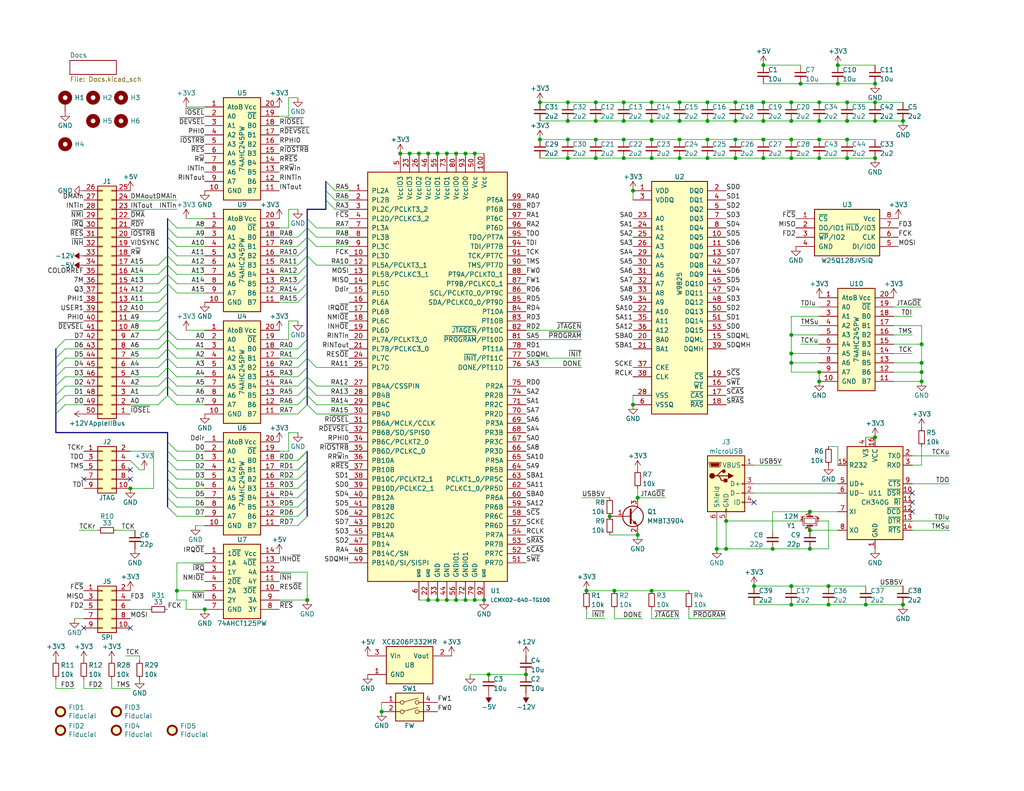
<source format=kicad_sch>
(kicad_sch (version 20211123) (generator eeschema)

  (uuid a29f8df0-3fae-4edf-8d9c-bd5a875b13e3)

  (paper "USLetter")

  (title_block
    (title "GR8RAM")
    (date "2021-04-20")
    (rev "1.9")
    (company "Garrett's Workshop")
  )

  

  (junction (at 200.66 27.94) (diameter 0) (color 0 0 0 0)
    (uuid 022502e0-e724-4b75-bc35-3c5984dbeb76)
  )
  (junction (at 215.9 165.1) (diameter 0) (color 0 0 0 0)
    (uuid 0574ead9-c97d-4623-bfce-05918c671434)
  )
  (junction (at 133.35 184.15) (diameter 0) (color 0 0 0 0)
    (uuid 05e45f00-3c6b-4c0c-9ffb-3fe26fcda007)
  )
  (junction (at 208.28 17.78) (diameter 0) (color 0 0 0 0)
    (uuid 065b9982-55f2-4822-977e-07e8a06e7b35)
  )
  (junction (at 208.28 27.94) (diameter 0) (color 0 0 0 0)
    (uuid 08ec951f-e7eb-41cf-9589-697107a98e88)
  )
  (junction (at 162.56 43.18) (diameter 0) (color 0 0 0 0)
    (uuid 09bbea88-8bd7-48ec-baae-1b4a9a11a40e)
  )
  (junction (at 177.8 38.1) (diameter 0) (color 0 0 0 0)
    (uuid 0a5610bb-d01a-4417-8271-dc424dd2c838)
  )
  (junction (at 160.02 161.29) (diameter 0) (color 0 0 0 0)
    (uuid 0af14add-69db-4bbc-863b-57cd4ea4b4d9)
  )
  (junction (at 129.54 41.91) (diameter 0) (color 0 0 0 0)
    (uuid 0af547ec-eee6-476e-af87-c786d9f47a00)
  )
  (junction (at 231.14 43.18) (diameter 0) (color 0 0 0 0)
    (uuid 0f0f7bb5-ade7-4a81-82b4-43be6a8ad05c)
  )
  (junction (at 162.56 38.1) (diameter 0) (color 0 0 0 0)
    (uuid 0fb27e11-fde6-4a25-adbb-e9684771b369)
  )
  (junction (at 200.66 38.1) (diameter 0) (color 0 0 0 0)
    (uuid 10b20c6b-8045-46d1-a965-0d7dd9a1b5fa)
  )
  (junction (at 173.99 135.89) (diameter 0) (color 0 0 0 0)
    (uuid 14c795df-aab8-4df7-9833-510e4e7ffbfa)
  )
  (junction (at 218.44 22.86) (diameter 0) (color 0 0 0 0)
    (uuid 19515fa4-c166-4b6e-837d-c01a89e98000)
  )
  (junction (at 173.99 146.05) (diameter 0) (color 0 0 0 0)
    (uuid 1c2981e6-4cfb-49fa-8502-ed5dbe50a42b)
  )
  (junction (at 223.52 38.1) (diameter 0) (color 0 0 0 0)
    (uuid 2102c637-9f11-48f1-aae6-b4139dc22be2)
  )
  (junction (at 83.82 163.83) (diameter 0) (color 0 0 0 0)
    (uuid 21bb3858-c99e-4e2e-a484-1ac78e30f262)
  )
  (junction (at 251.46 104.14) (diameter 0) (color 0 0 0 0)
    (uuid 2202ac55-b0e4-40e0-936d-095933b85013)
  )
  (junction (at 228.6 17.78) (diameter 0) (color 0 0 0 0)
    (uuid 29987966-1d19-4068-93f6-a61cdfb40ffa)
  )
  (junction (at 104.14 194.31) (diameter 0) (color 0 0 0 0)
    (uuid 2dc66f7e-d85d-4081-ae71-fd8851d6aeda)
  )
  (junction (at 154.94 43.18) (diameter 0) (color 0 0 0 0)
    (uuid 2f3fba7a-cf45-4bd8-9035-07e6fa0b4732)
  )
  (junction (at 215.9 99.06) (diameter 0) (color 0 0 0 0)
    (uuid 2fb39a58-280c-4fac-b6f4-ddac6c578c6d)
  )
  (junction (at 114.3 41.91) (diameter 0) (color 0 0 0 0)
    (uuid 3482ebab-de6b-4124-a130-8c58501b60ff)
  )
  (junction (at 231.14 27.94) (diameter 0) (color 0 0 0 0)
    (uuid 34ce7009-187e-4541-a14e-708b3a2903d9)
  )
  (junction (at 215.9 38.1) (diameter 0) (color 0 0 0 0)
    (uuid 3656bb3f-f8a4-4f3a-8e9a-ec6203c87a56)
  )
  (junction (at 116.84 163.83) (diameter 0) (color 0 0 0 0)
    (uuid 3796e73c-5f72-4089-8859-be8de6dd2b50)
  )
  (junction (at 238.76 43.18) (diameter 0) (color 0 0 0 0)
    (uuid 3a1a39fc-8030-4c93-9d9c-d79ba6824099)
  )
  (junction (at 121.92 41.91) (diameter 0) (color 0 0 0 0)
    (uuid 3a4d4166-1849-4975-8425-ef9f8979a9d1)
  )
  (junction (at 147.32 38.1) (diameter 0) (color 0 0 0 0)
    (uuid 3c3e06bd-c8bb-4ec8-84e0-f7f9437909b3)
  )
  (junction (at 170.18 27.94) (diameter 0) (color 0 0 0 0)
    (uuid 3e87b259-dfc1-4885-8dcf-7e7ae39674ed)
  )
  (junction (at 223.52 27.94) (diameter 0) (color 0 0 0 0)
    (uuid 3fa05934-8ad1-40a9-af5c-98ad298eb412)
  )
  (junction (at 185.42 43.18) (diameter 0) (color 0 0 0 0)
    (uuid 4160bbf7-ffff-4c5c-a647-5ee58ddecf06)
  )
  (junction (at 109.22 41.91) (diameter 0) (color 0 0 0 0)
    (uuid 41a63b0e-07b3-4322-8d47-d26fe258be94)
  )
  (junction (at 238.76 33.02) (diameter 0) (color 0 0 0 0)
    (uuid 41c18011-40db-4384-9ba4-c0158d0d9d6a)
  )
  (junction (at 251.46 99.06) (diameter 0) (color 0 0 0 0)
    (uuid 42c7c30c-1ead-4a53-b975-e7b49076ccb1)
  )
  (junction (at 231.14 38.1) (diameter 0) (color 0 0 0 0)
    (uuid 4346fe55-f906-453a-b81a-1c013104a598)
  )
  (junction (at 236.22 165.1) (diameter 0) (color 0 0 0 0)
    (uuid 43e38e41-3832-4a70-8ea8-5168eb56a6cf)
  )
  (junction (at 154.94 38.1) (diameter 0) (color 0 0 0 0)
    (uuid 456c5e47-d71e-4708-b061-1e61634d8648)
  )
  (junction (at 210.82 149.86) (diameter 0) (color 0 0 0 0)
    (uuid 492df57f-02f0-409d-9ffe-16ab629fc085)
  )
  (junction (at 215.9 33.02) (diameter 0) (color 0 0 0 0)
    (uuid 49fec31e-3712-4229-8142-b191d90a97d0)
  )
  (junction (at 129.54 163.83) (diameter 0) (color 0 0 0 0)
    (uuid 51a11d73-6276-410b-b91f-01014a23ca4d)
  )
  (junction (at 198.12 149.86) (diameter 0) (color 0 0 0 0)
    (uuid 54c1bf8c-8de5-48cf-9f8b-fddf42428951)
  )
  (junction (at 162.56 33.02) (diameter 0) (color 0 0 0 0)
    (uuid 56d2bc5d-fd72-4542-ab0f-053a5fd60efa)
  )
  (junction (at 220.98 149.86) (diameter 0) (color 0 0 0 0)
    (uuid 57c202ed-f619-4dec-a721-a156ee15f46a)
  )
  (junction (at 154.94 27.94) (diameter 0) (color 0 0 0 0)
    (uuid 58cc7831-f944-4d33-8c61-2fd5bebc61e0)
  )
  (junction (at 220.98 144.78) (diameter 0) (color 0 0 0 0)
    (uuid 5be2e384-1b78-4207-b331-6a517c91efc6)
  )
  (junction (at 147.32 27.94) (diameter 0) (color 0 0 0 0)
    (uuid 5eedf685-0df3-4da8-aded-0e6ed1cb2507)
  )
  (junction (at 35.56 133.35) (diameter 0) (color 0 0 0 0)
    (uuid 637f12be-fa48-4ce4-96b2-04c21a8795c8)
  )
  (junction (at 228.6 22.86) (diameter 0) (color 0 0 0 0)
    (uuid 6474aa6c-825c-4f0f-9938-759b68df02a5)
  )
  (junction (at 200.66 33.02) (diameter 0) (color 0 0 0 0)
    (uuid 66ca01b3-51ff-4294-9b77-4492e98f6aec)
  )
  (junction (at 238.76 22.86) (diameter 0) (color 0 0 0 0)
    (uuid 6ba19f6c-fa3a-4bf3-8c57-119de0f02b65)
  )
  (junction (at 127 163.83) (diameter 0) (color 0 0 0 0)
    (uuid 6cdf1849-f861-46c8-82aa-5e1b8872ee9b)
  )
  (junction (at 220.98 139.7) (diameter 0) (color 0 0 0 0)
    (uuid 6d6a53f1-6ba8-44d3-91fa-35914a7bb7b8)
  )
  (junction (at 185.42 33.02) (diameter 0) (color 0 0 0 0)
    (uuid 72366acb-6c86-4134-89df-01ed6e4dc8e0)
  )
  (junction (at 185.42 27.94) (diameter 0) (color 0 0 0 0)
    (uuid 7274c82d-0cb9-47de-b093-7d848f491410)
  )
  (junction (at 185.42 38.1) (diameter 0) (color 0 0 0 0)
    (uuid 7582a530-a952-46c1-b7eb-75006524ba29)
  )
  (junction (at 167.64 161.29) (diameter 0) (color 0 0 0 0)
    (uuid 76038b6b-c16b-4e38-a4b1-d98aada5b15d)
  )
  (junction (at 127 41.91) (diameter 0) (color 0 0 0 0)
    (uuid 7b2b3a00-209d-43ea-b85f-57a3eb70652d)
  )
  (junction (at 48.26 161.29) (diameter 0) (color 0 0 0 0)
    (uuid 7f56ef8b-26af-4dd6-a203-42b3d447d5c8)
  )
  (junction (at 111.76 41.91) (diameter 0) (color 0 0 0 0)
    (uuid 812c41d0-3c49-4189-bd21-ddc868bd5578)
  )
  (junction (at 246.38 165.1) (diameter 0) (color 0 0 0 0)
    (uuid 814d3b28-0204-4dec-9d6b-622b0cd3c006)
  )
  (junction (at 121.92 163.83) (diameter 0) (color 0 0 0 0)
    (uuid 8605baf3-e300-4281-879a-95a6f7e635bd)
  )
  (junction (at 231.14 33.02) (diameter 0) (color 0 0 0 0)
    (uuid 87ba184f-bff5-4989-8217-6af375cc3dd8)
  )
  (junction (at 208.28 33.02) (diameter 0) (color 0 0 0 0)
    (uuid 8b3ba7fc-20b6-43c4-a020-80151e1caecc)
  )
  (junction (at 170.18 43.18) (diameter 0) (color 0 0 0 0)
    (uuid 8b963561-586b-4575-b721-87e7914602c6)
  )
  (junction (at 208.28 43.18) (diameter 0) (color 0 0 0 0)
    (uuid 8e697b96-cf4c-43ef-b321-8c2422b088bf)
  )
  (junction (at 172.72 52.07) (diameter 0) (color 0 0 0 0)
    (uuid 8fc062a7-114d-48eb-a8f8-71128838f380)
  )
  (junction (at 215.9 96.52) (diameter 0) (color 0 0 0 0)
    (uuid 9163e0aa-9bd5-43b7-8f6b-c4178f34809d)
  )
  (junction (at 226.06 165.1) (diameter 0) (color 0 0 0 0)
    (uuid 916f6bde-da79-40c8-a931-bb4032dc3c4c)
  )
  (junction (at 55.88 166.37) (diameter 0) (color 0 0 0 0)
    (uuid 972cec60-c4fa-4f5f-b40a-5acc2057b402)
  )
  (junction (at 223.52 101.6) (diameter 0) (color 0 0 0 0)
    (uuid 9dca402b-a088-4cb5-a21b-303a75c1f58a)
  )
  (junction (at 223.52 33.02) (diameter 0) (color 0 0 0 0)
    (uuid 9e2492fd-e074-42db-8129-fe39460dc1e0)
  )
  (junction (at 215.9 160.02) (diameter 0) (color 0 0 0 0)
    (uuid a27221b2-ab09-4f07-8337-6282f4e1b105)
  )
  (junction (at 170.18 33.02) (diameter 0) (color 0 0 0 0)
    (uuid a2a0f5cc-b5aa-4e3e-8d85-23bdc2f59aec)
  )
  (junction (at 215.9 27.94) (diameter 0) (color 0 0 0 0)
    (uuid a3fab380-991d-404b-95d5-1c209b047b6e)
  )
  (junction (at 116.84 41.91) (diameter 0) (color 0 0 0 0)
    (uuid aef94c24-f706-4860-9e40-ee370b770eb4)
  )
  (junction (at 198.12 142.24) (diameter 0) (color 0 0 0 0)
    (uuid afb9e7c3-c294-40e2-9651-42d04b9d20a0)
  )
  (junction (at 124.46 41.91) (diameter 0) (color 0 0 0 0)
    (uuid b03e076e-38fa-472d-96b3-b3e870318e10)
  )
  (junction (at 143.51 184.15) (diameter 0) (color 0 0 0 0)
    (uuid b45059f3-613f-4b7a-a70a-ed75a9e941e6)
  )
  (junction (at 226.06 160.02) (diameter 0) (color 0 0 0 0)
    (uuid b4ec5d28-e44e-4b1d-8fce-af6680395762)
  )
  (junction (at 177.8 33.02) (diameter 0) (color 0 0 0 0)
    (uuid b66b83a0-313f-4b03-b851-c6e9577a6eb7)
  )
  (junction (at 177.8 161.29) (diameter 0) (color 0 0 0 0)
    (uuid b7ffb207-42ca-4f52-833f-197285109ea6)
  )
  (junction (at 238.76 27.94) (diameter 0) (color 0 0 0 0)
    (uuid b853d9ac-7829-468f-99ac-dc9996502e94)
  )
  (junction (at 170.18 38.1) (diameter 0) (color 0 0 0 0)
    (uuid b8c8c7a1-d546-4878-9de9-463ec76dff98)
  )
  (junction (at 166.37 140.97) (diameter 0) (color 0 0 0 0)
    (uuid b94d02b0-2ff4-453c-9596-0e7fb88688f3)
  )
  (junction (at 251.46 101.6) (diameter 0) (color 0 0 0 0)
    (uuid b960c6a1-87ff-4eaa-8f35-c475545cc9f6)
  )
  (junction (at 132.08 163.83) (diameter 0) (color 0 0 0 0)
    (uuid b99cfcdb-4ce1-4889-9e52-2f89f6b3283f)
  )
  (junction (at 162.56 27.94) (diameter 0) (color 0 0 0 0)
    (uuid ba116096-3ccc-4cc8-a185-5325439e4e24)
  )
  (junction (at 195.58 149.86) (diameter 0) (color 0 0 0 0)
    (uuid bf683e38-8427-49a2-82c3-9c2967959581)
  )
  (junction (at 124.46 163.83) (diameter 0) (color 0 0 0 0)
    (uuid c12a4a85-725f-4ef4-9b93-9653d563ef6a)
  )
  (junction (at 119.38 41.91) (diameter 0) (color 0 0 0 0)
    (uuid c13d2950-0e5e-4a95-bd4b-4418403675ff)
  )
  (junction (at 223.52 43.18) (diameter 0) (color 0 0 0 0)
    (uuid c7cd39db-931a-4d86-96b8-57e6b39f58f9)
  )
  (junction (at 119.38 163.83) (diameter 0) (color 0 0 0 0)
    (uuid ca54ee95-39dd-438f-a692-40661623ce78)
  )
  (junction (at 251.46 93.98) (diameter 0) (color 0 0 0 0)
    (uuid cd68396f-ae2b-4e8f-8460-e7162ceff9c4)
  )
  (junction (at 172.72 110.49) (diameter 0) (color 0 0 0 0)
    (uuid d0cd3439-276c-41ba-b38d-f84f6da38415)
  )
  (junction (at 154.94 33.02) (diameter 0) (color 0 0 0 0)
    (uuid d45d1afe-78e6-4045-862c-b274469da903)
  )
  (junction (at 193.04 27.94) (diameter 0) (color 0 0 0 0)
    (uuid d655bb0a-cbf9-4908-ad60-7024ff468fbd)
  )
  (junction (at 208.28 38.1) (diameter 0) (color 0 0 0 0)
    (uuid d68dca9b-48b3-498b-9b5f-3b3838250f82)
  )
  (junction (at 177.8 27.94) (diameter 0) (color 0 0 0 0)
    (uuid dad2f9a9-292b-4f7e-9524-a263f3c1ba74)
  )
  (junction (at 193.04 33.02) (diameter 0) (color 0 0 0 0)
    (uuid de552ae9-cde6-4643-8cc7-9de2579dadae)
  )
  (junction (at 246.38 33.02) (diameter 0) (color 0 0 0 0)
    (uuid e07e1653-d05d-4bf2-bea3-6515a06de065)
  )
  (junction (at 177.8 43.18) (diameter 0) (color 0 0 0 0)
    (uuid e4504518-96e7-4c9e-8457-7273f5a490f1)
  )
  (junction (at 238.76 119.38) (diameter 0) (color 0 0 0 0)
    (uuid e8311bde-56f1-401f-8602-43d13b506c53)
  )
  (junction (at 215.9 43.18) (diameter 0) (color 0 0 0 0)
    (uuid eb6a726e-fed9-4891-95fa-b4d4a5f77b35)
  )
  (junction (at 223.52 104.14) (diameter 0) (color 0 0 0 0)
    (uuid f1e78464-1694-4e6e-ad6f-bce31c768c51)
  )
  (junction (at 193.04 38.1) (diameter 0) (color 0 0 0 0)
    (uuid f503ea07-bcf1-4924-930a-6f7e9cd312f8)
  )
  (junction (at 215.9 91.44) (diameter 0) (color 0 0 0 0)
    (uuid f5e805b2-69c7-460b-a25d-72eee2ee5e02)
  )
  (junction (at 200.66 43.18) (diameter 0) (color 0 0 0 0)
    (uuid f6a3288e-9575-42bb-af05-a920d59aded8)
  )
  (junction (at 205.74 160.02) (diameter 0) (color 0 0 0 0)
    (uuid f7cccdea-05fc-4a7d-ae4b-c29b48b5690e)
  )
  (junction (at 193.04 43.18) (diameter 0) (color 0 0 0 0)
    (uuid fe6d9604-2924-4f38-950b-a31e8a281973)
  )

  (no_connect (at 22.86 171.45) (uuid 015f5586-ba76-4a98-9114-f5cd2c67134d))
  (no_connect (at 22.86 130.81) (uuid 1cb22080-0f59-4c18-a6e6-8685ef44ec53))
  (no_connect (at 35.56 171.45) (uuid 541721d1-074b-496e-a833-813044b3e8ca))
  (no_connect (at 248.92 137.16) (uuid 69ce1fe5-5b07-4c1e-9573-9f7e51ac24a2))
  (no_connect (at 205.74 137.16) (uuid 77beb1ec-2bbe-4e44-aa24-f1f51a388d8a))
  (no_connect (at 35.56 128.27) (uuid 8bdea5f6-7a53-427a-92b8-fd15994c2e8c))
  (no_connect (at 35.56 130.81) (uuid a599509f-fbb9-4db4-9adf-9e96bab1138d))
  (no_connect (at 248.92 134.62) (uuid e4dc6831-ebd2-46fd-a5c1-9f58bbd20525))
  (no_connect (at 248.92 139.7) (uuid e6a79f5d-ed04-4d48-924f-b023bbd07ca1))

  (bus_entry (at 83.82 77.47) (size -2.54 2.54)
    (stroke (width 0) (type default) (color 0 0 0 0))
    (uuid 008da5b9-6f95-4113-b7d0-d93ac62efd33)
  )
  (bus_entry (at 45.72 80.01) (size -2.54 2.54)
    (stroke (width 0) (type default) (color 0 0 0 0))
    (uuid 009b5465-0a65-4237-93e7-eb65321eeb18)
  )
  (bus_entry (at 45.72 82.55) (size -2.54 2.54)
    (stroke (width 0) (type default) (color 0 0 0 0))
    (uuid 00f3ea8b-8a54-4e56-84ff-d98f6c00496c)
  )
  (bus_entry (at 15.24 97.79) (size 2.54 -2.54)
    (stroke (width 0) (type default) (color 0 0 0 0))
    (uuid 014d13cd-26ad-4d0e-86ad-a43b541cab14)
  )
  (bus_entry (at 81.28 100.33) (size 2.54 -2.54)
    (stroke (width 0) (type default) (color 0 0 0 0))
    (uuid 04cf2f2c-74bf-400d-b4f6-201720df00ed)
  )
  (bus_entry (at 48.26 110.49) (size -2.54 -2.54)
    (stroke (width 0) (type default) (color 0 0 0 0))
    (uuid 0a1a4d88-972a-46ce-b25e-6cb796bd41f7)
  )
  (bus_entry (at 81.28 140.97) (size 2.54 -2.54)
    (stroke (width 0) (type default) (color 0 0 0 0))
    (uuid 0ceb97d6-1b0f-4b71-921e-b0955c30c998)
  )
  (bus_entry (at 83.82 64.77) (size -2.54 2.54)
    (stroke (width 0) (type default) (color 0 0 0 0))
    (uuid 0fafc6b9-fd35-4a55-9270-7a8e7ce3cb13)
  )
  (bus_entry (at 45.72 97.79) (size -2.54 2.54)
    (stroke (width 0) (type default) (color 0 0 0 0))
    (uuid 1199146e-a60b-416a-b503-e77d6d2892f9)
  )
  (bus_entry (at 81.28 143.51) (size 2.54 -2.54)
    (stroke (width 0) (type default) (color 0 0 0 0))
    (uuid 1241b7f2-e266-4f5c-8a97-9f0f9d0eef37)
  )
  (bus_entry (at 81.28 128.27) (size 2.54 -2.54)
    (stroke (width 0) (type default) (color 0 0 0 0))
    (uuid 18c61c95-8af1-4986-b67e-c7af9c15ab6b)
  )
  (bus_entry (at 45.72 123.19) (size 2.54 2.54)
    (stroke (width 0) (type default) (color 0 0 0 0))
    (uuid 18d11f32-e1a6-4f29-8e3c-0bfeb07299bd)
  )
  (bus_entry (at 81.28 97.79) (size 2.54 -2.54)
    (stroke (width 0) (type default) (color 0 0 0 0))
    (uuid 1bdd5841-68b7-42e2-9447-cbdb608d8a08)
  )
  (bus_entry (at 45.72 77.47) (size -2.54 2.54)
    (stroke (width 0) (type default) (color 0 0 0 0))
    (uuid 221bef83-3ea7-4d3f-adeb-53a8a07c6273)
  )
  (bus_entry (at 83.82 67.31) (size -2.54 2.54)
    (stroke (width 0) (type default) (color 0 0 0 0))
    (uuid 27b2eb82-662b-42d8-90e6-830fec4bb8d2)
  )
  (bus_entry (at 81.28 105.41) (size 2.54 -2.54)
    (stroke (width 0) (type default) (color 0 0 0 0))
    (uuid 2878a73c-5447-4cd9-8194-14f52ab9459c)
  )
  (bus_entry (at 86.36 64.77) (size -2.54 -2.54)
    (stroke (width 0) (type default) (color 0 0 0 0))
    (uuid 29126f72-63f7-4275-8b12-6b96a71c6f17)
  )
  (bus_entry (at 45.72 72.39) (size 2.54 2.54)
    (stroke (width 0) (type default) (color 0 0 0 0))
    (uuid 29bb7297-26fb-4776-9266-2355d022bab0)
  )
  (bus_entry (at 91.44 57.15) (size -2.54 -2.54)
    (stroke (width 0) (type default) (color 0 0 0 0))
    (uuid 2ea8fa6f-efc3-40fe-bcf9-05bfa46ead4f)
  )
  (bus_entry (at 48.26 95.25) (size -2.54 -2.54)
    (stroke (width 0) (type default) (color 0 0 0 0))
    (uuid 30c33e3e-fb78-498d-bffe-76273d527004)
  )
  (bus_entry (at 86.36 110.49) (size -2.54 -2.54)
    (stroke (width 0) (type default) (color 0 0 0 0))
    (uuid 3249bd81-9fd4-4194-9b4f-2e333b2195b8)
  )
  (bus_entry (at 81.28 133.35) (size 2.54 -2.54)
    (stroke (width 0) (type default) (color 0 0 0 0))
    (uuid 35ef9c4a-35f6-467b-a704-b1d9354880cf)
  )
  (bus_entry (at 45.72 77.47) (size 2.54 2.54)
    (stroke (width 0) (type default) (color 0 0 0 0))
    (uuid 36d783e7-096f-4c97-9672-7e08c083b87b)
  )
  (bus_entry (at 15.24 107.95) (size 2.54 -2.54)
    (stroke (width 0) (type default) (color 0 0 0 0))
    (uuid 443bc73a-8dc0-4e2f-a292-a5eff00efa5b)
  )
  (bus_entry (at 81.28 107.95) (size 2.54 -2.54)
    (stroke (width 0) (type default) (color 0 0 0 0))
    (uuid 44646447-0a8e-4aec-a74e-22bf765d0f33)
  )
  (bus_entry (at 45.72 107.95) (size -2.54 2.54)
    (stroke (width 0) (type default) (color 0 0 0 0))
    (uuid 477892a1-722e-4cda-bb6c-fcdb8ba5f93e)
  )
  (bus_entry (at 45.72 102.87) (size -2.54 2.54)
    (stroke (width 0) (type default) (color 0 0 0 0))
    (uuid 479331ff-c540-41f4-84e6-b48d65171e59)
  )
  (bus_entry (at 45.72 72.39) (size -2.54 2.54)
    (stroke (width 0) (type default) (color 0 0 0 0))
    (uuid 4ba06b66-7669-4c70-b585-f5d4c9c33527)
  )
  (bus_entry (at 45.72 64.77) (size 2.54 2.54)
    (stroke (width 0) (type default) (color 0 0 0 0))
    (uuid 4c843bdb-6c9e-40dd-85e2-0567846e18ba)
  )
  (bus_entry (at 45.72 85.09) (size -2.54 2.54)
    (stroke (width 0) (type default) (color 0 0 0 0))
    (uuid 4d586a18-26c5-441e-a9ff-8125ee516126)
  )
  (bus_entry (at 81.28 128.27) (size 2.54 -2.54)
    (stroke (width 0) (type default) (color 0 0 0 0))
    (uuid 4e27930e-1827-4788-aa6b-487321d46602)
  )
  (bus_entry (at 48.26 102.87) (size -2.54 -2.54)
    (stroke (width 0) (type default) (color 0 0 0 0))
    (uuid 57276367-9ce4-4738-88d7-6e8cb94c966c)
  )
  (bus_entry (at 48.26 97.79) (size -2.54 -2.54)
    (stroke (width 0) (type default) (color 0 0 0 0))
    (uuid 5b0a5a46-7b51-4262-a80e-d33dd1806615)
  )
  (bus_entry (at 83.82 74.93) (size -2.54 2.54)
    (stroke (width 0) (type default) (color 0 0 0 0))
    (uuid 5d3d7893-1d11-4f1d-9052-85cf0e07d281)
  )
  (bus_entry (at 45.72 59.69) (size 2.54 2.54)
    (stroke (width 0) (type default) (color 0 0 0 0))
    (uuid 60aa0ce8-9d0e-48ca-bbf9-866403979e9b)
  )
  (bus_entry (at 45.72 95.25) (size -2.54 2.54)
    (stroke (width 0) (type default) (color 0 0 0 0))
    (uuid 60ff6322-62e2-4602-9bc0-7a0f0a5ecfbf)
  )
  (bus_entry (at 81.28 125.73) (size 2.54 -2.54)
    (stroke (width 0) (type default) (color 0 0 0 0))
    (uuid 6241e6d3-a754-45b6-9f7c-e43019b93226)
  )
  (bus_entry (at 45.72 120.65) (size 2.54 2.54)
    (stroke (width 0) (type default) (color 0 0 0 0))
    (uuid 6325c32f-c82a-4357-b022-f9c7e76f412e)
  )
  (bus_entry (at 15.24 102.87) (size 2.54 -2.54)
    (stroke (width 0) (type default) (color 0 0 0 0))
    (uuid 633292d3-80c5-4986-be82-ce926e9f09f4)
  )
  (bus_entry (at 83.82 92.71) (size -2.54 2.54)
    (stroke (width 0) (type default) (color 0 0 0 0))
    (uuid 63c56ea4-91a3-4172-b9de-a4388cc8f894)
  )
  (bus_entry (at 83.82 62.23) (size -2.54 2.54)
    (stroke (width 0) (type default) (color 0 0 0 0))
    (uuid 66218487-e316-4467-9eba-79d4626ab24e)
  )
  (bus_entry (at 45.72 130.81) (size 2.54 2.54)
    (stroke (width 0) (type default) (color 0 0 0 0))
    (uuid 6afc19cf-38b4-47a3-bc2b-445b18724310)
  )
  (bus_entry (at 45.72 62.23) (size 2.54 2.54)
    (stroke (width 0) (type default) (color 0 0 0 0))
    (uuid 6ffdf05e-e119-49f9-85e9-13e4901df42a)
  )
  (bus_entry (at 86.36 105.41) (size -2.54 -2.54)
    (stroke (width 0) (type default) (color 0 0 0 0))
    (uuid 718e5c6d-0e4c-46d8-a149-2f2bfc54c7f1)
  )
  (bus_entry (at 45.72 67.31) (size 2.54 2.54)
    (stroke (width 0) (type default) (color 0 0 0 0))
    (uuid 72b36951-3ec7-4569-9c88-cf9b4afe1cae)
  )
  (bus_entry (at 15.24 100.33) (size 2.54 -2.54)
    (stroke (width 0) (type default) (color 0 0 0 0))
    (uuid 7744b6ee-910d-401d-b730-65c35d3d8092)
  )
  (bus_entry (at 83.82 72.39) (size -2.54 2.54)
    (stroke (width 0) (type default) (color 0 0 0 0))
    (uuid 79476267-290e-445f-995b-0afd0e11a4b5)
  )
  (bus_entry (at 15.24 113.03) (size 2.54 -2.54)
    (stroke (width 0) (type default) (color 0 0 0 0))
    (uuid 83021f70-e61e-4ad3-bae7-b9f02b28be4f)
  )
  (bus_entry (at 45.72 128.27) (size 2.54 2.54)
    (stroke (width 0) (type default) (color 0 0 0 0))
    (uuid 84d296ba-3d39-4264-ad19-947f90c54396)
  )
  (bus_entry (at 83.82 69.85) (size -2.54 2.54)
    (stroke (width 0) (type default) (color 0 0 0 0))
    (uuid 8b290a17-6328-4178-9131-29524d345539)
  )
  (bus_entry (at 86.36 72.39) (size -2.54 -2.54)
    (stroke (width 0) (type default) (color 0 0 0 0))
    (uuid 8d063f79-9282-4820-bcf4-1ff3c006cf08)
  )
  (bus_entry (at 45.72 87.63) (size -2.54 2.54)
    (stroke (width 0) (type default) (color 0 0 0 0))
    (uuid 9186fd02-f30d-4e17-aa38-378ab73e3908)
  )
  (bus_entry (at 81.28 102.87) (size 2.54 -2.54)
    (stroke (width 0) (type default) (color 0 0 0 0))
    (uuid 955cc99e-a129-42cf-abc7-aa99813fdb5f)
  )
  (bus_entry (at 86.36 67.31) (size -2.54 -2.54)
    (stroke (width 0) (type default) (color 0 0 0 0))
    (uuid 9da1ace0-4181-4f12-80f8-16786a9e5c07)
  )
  (bus_entry (at 86.36 113.03) (size -2.54 -2.54)
    (stroke (width 0) (type default) (color 0 0 0 0))
    (uuid 9e0e6fc0-a269-4822-b93d-4c5e6689ff11)
  )
  (bus_entry (at 15.24 95.25) (size 2.54 -2.54)
    (stroke (width 0) (type default) (color 0 0 0 0))
    (uuid a25b7e01-1754-4cc9-8a14-3d9c461e5af5)
  )
  (bus_entry (at 81.28 138.43) (size 2.54 -2.54)
    (stroke (width 0) (type default) (color 0 0 0 0))
    (uuid a7f25f41-0b4c-4430-b6cd-b2160b2db099)
  )
  (bus_entry (at 45.72 125.73) (size 2.54 2.54)
    (stroke (width 0) (type default) (color 0 0 0 0))
    (uuid a90361cd-254c-4d27-ae1f-9a6c85bafe28)
  )
  (bus_entry (at 45.72 90.17) (size -2.54 2.54)
    (stroke (width 0) (type default) (color 0 0 0 0))
    (uuid aa130053-a451-4f12-97f7-3d4d891a5f83)
  )
  (bus_entry (at 83.82 80.01) (size -2.54 2.54)
    (stroke (width 0) (type default) (color 0 0 0 0))
    (uuid aeb03be9-98f0-43f6-9432-1bb35aa04bab)
  )
  (bus_entry (at 86.36 62.23) (size -2.54 -2.54)
    (stroke (width 0) (type default) (color 0 0 0 0))
    (uuid af186015-d283-4209-aade-a247e5de01df)
  )
  (bus_entry (at 45.72 105.41) (size -2.54 2.54)
    (stroke (width 0) (type default) (color 0 0 0 0))
    (uuid b09666f9-12f1-4ee9-8877-2292c94258ca)
  )
  (bus_entry (at 45.72 74.93) (size -2.54 2.54)
    (stroke (width 0) (type default) (color 0 0 0 0))
    (uuid b52d6ff3-fef1-496e-8dd5-ebb89b6bce6a)
  )
  (bus_entry (at 81.28 135.89) (size 2.54 -2.54)
    (stroke (width 0) (type default) (color 0 0 0 0))
    (uuid b8b961e9-8a60-45fc-999a-a7a3baff4e0d)
  )
  (bus_entry (at 45.72 69.85) (size -2.54 2.54)
    (stroke (width 0) (type default) (color 0 0 0 0))
    (uuid bc0dbc57-3ae8-4ce5-a05c-2d6003bba475)
  )
  (bus_entry (at 48.26 105.41) (size -2.54 -2.54)
    (stroke (width 0) (type default) (color 0 0 0 0))
    (uuid bdf40d30-88ff-4479-bad1-69529464b61b)
  )
  (bus_entry (at 81.28 113.03) (size 2.54 -2.54)
    (stroke (width 0) (type default) (color 0 0 0 0))
    (uuid c25449d6-d734-4953-b762-98f82a830248)
  )
  (bus_entry (at 48.26 92.71) (size -2.54 -2.54)
    (stroke (width 0) (type default) (color 0 0 0 0))
    (uuid c3b3d7f4-943f-4cff-b180-87ef3e1bcbff)
  )
  (bus_entry (at 81.28 130.81) (size 2.54 -2.54)
    (stroke (width 0) (type default) (color 0 0 0 0))
    (uuid c8a44971-63c1-4a19-879d-b6647b2dc08d)
  )
  (bus_entry (at 45.72 138.43) (size 2.54 2.54)
    (stroke (width 0) (type default) (color 0 0 0 0))
    (uuid c8a7af6e-c432-4fa3-91ee-c8bf0c5a9ebe)
  )
  (bus_entry (at 48.26 107.95) (size -2.54 -2.54)
    (stroke (width 0) (type default) (color 0 0 0 0))
    (uuid c9b9e62d-dede-4d1a-9a05-275614f8bdb2)
  )
  (bus_entry (at 45.72 74.93) (size 2.54 2.54)
    (stroke (width 0) (type default) (color 0 0 0 0))
    (uuid cb6062da-8dcd-4826-92fd-4071e9e97213)
  )
  (bus_entry (at 86.36 107.95) (size -2.54 -2.54)
    (stroke (width 0) (type default) (color 0 0 0 0))
    (uuid cbde200f-1075-469a-89f8-abbdcf30e36a)
  )
  (bus_entry (at 45.72 100.33) (size -2.54 2.54)
    (stroke (width 0) (type default) (color 0 0 0 0))
    (uuid cc15f583-a41b-43af-ba94-a75455506a96)
  )
  (bus_entry (at 15.24 110.49) (size 2.54 -2.54)
    (stroke (width 0) (type default) (color 0 0 0 0))
    (uuid cc75e5ae-3348-4e7a-bd16-4df685ee47bd)
  )
  (bus_entry (at 45.72 135.89) (size 2.54 2.54)
    (stroke (width 0) (type default) (color 0 0 0 0))
    (uuid d01102e9-b170-4eb1-a0a4-9a31feb850b7)
  )
  (bus_entry (at 81.28 110.49) (size 2.54 -2.54)
    (stroke (width 0) (type default) (color 0 0 0 0))
    (uuid d7e4abd8-69f5-4706-b12e-898194e5bf56)
  )
  (bus_entry (at 91.44 52.07) (size -2.54 -2.54)
    (stroke (width 0) (type default) (color 0 0 0 0))
    (uuid da546d77-4b03-4562-8fc6-837fd68e7691)
  )
  (bus_entry (at 15.24 105.41) (size 2.54 -2.54)
    (stroke (width 0) (type default) (color 0 0 0 0))
    (uuid dda1e6ca-91ec-4136-b90b-3c54d79454b9)
  )
  (bus_entry (at 91.44 54.61) (size -2.54 -2.54)
    (stroke (width 0) (type default) (color 0 0 0 0))
    (uuid e2fac877-439c-4da0-af2e-5fdc70f85d42)
  )
  (bus_entry (at 48.26 100.33) (size -2.54 -2.54)
    (stroke (width 0) (type default) (color 0 0 0 0))
    (uuid e5217a0c-7f55-4c30-adda-7f8d95709d1b)
  )
  (bus_entry (at 45.72 92.71) (size -2.54 2.54)
    (stroke (width 0) (type default) (color 0 0 0 0))
    (uuid e7369115-d491-4ef3-be3d-f5298992c3e8)
  )
  (bus_entry (at 45.72 69.85) (size 2.54 2.54)
    (stroke (width 0) (type default) (color 0 0 0 0))
    (uuid eb8d02e9-145c-465d-b6a8-bae84d47a94b)
  )
  (bus_entry (at 81.28 125.73) (size 2.54 -2.54)
    (stroke (width 0) (type default) (color 0 0 0 0))
    (uuid f357ddb5-3f44-43b0-b00d-d64f5c62ba4a)
  )
  (bus_entry (at 86.36 100.33) (size -2.54 -2.54)
    (stroke (width 0) (type default) (color 0 0 0 0))
    (uuid f50dae73-c5b5-475d-ac8c-5b555be54fa3)
  )
  (bus_entry (at 45.72 133.35) (size 2.54 2.54)
    (stroke (width 0) (type default) (color 0 0 0 0))
    (uuid fe14c012-3d58-4e5e-9a37-4b9765a7f764)
  )

  (wire (pts (xy 172.72 110.49) (xy 172.72 107.95))
    (stroke (width 0) (type default) (color 0 0 0 0))
    (uuid 00e38d63-5436-49db-81f5-697421f168fc)
  )
  (wire (pts (xy 48.26 64.77) (xy 55.88 64.77))
    (stroke (width 0) (type default) (color 0 0 0 0))
    (uuid 011ee658-718d-416a-85fd-961729cd1ee5)
  )
  (wire (pts (xy 248.92 144.78) (xy 259.08 144.78))
    (stroke (width 0) (type default) (color 0 0 0 0))
    (uuid 0141e6dd-5a17-4349-81db-4eebc647842a)
  )
  (wire (pts (xy 177.8 168.91) (xy 177.8 166.37))
    (stroke (width 0) (type default) (color 0 0 0 0))
    (uuid 015dd894-d1a8-42e3-baa5-7001cd041c42)
  )
  (wire (pts (xy 215.9 27.94) (xy 223.52 27.94))
    (stroke (width 0) (type default) (color 0 0 0 0))
    (uuid 044de712-d3da-40ed-9c9f-d91ef285c74c)
  )
  (wire (pts (xy 208.28 17.78) (xy 218.44 17.78))
    (stroke (width 0) (type default) (color 0 0 0 0))
    (uuid 046ca2d8-3ca1-4c64-8090-c45e9adcf30e)
  )
  (wire (pts (xy 215.9 160.02) (xy 226.06 160.02))
    (stroke (width 0) (type default) (color 0 0 0 0))
    (uuid 05154e2c-6f3f-40ed-b1c8-eed4491d35ec)
  )
  (wire (pts (xy 35.56 102.87) (xy 43.18 102.87))
    (stroke (width 0) (type default) (color 0 0 0 0))
    (uuid 0520f61d-4522-4301-a3fa-8ed0bf060f69)
  )
  (wire (pts (xy 38.1 179.07) (xy 34.29 179.07))
    (stroke (width 0) (type default) (color 0 0 0 0))
    (uuid 0554bea0-89b2-4e25-9ea3-4c73921c94cb)
  )
  (bus (pts (xy 45.72 102.87) (xy 45.72 105.41))
    (stroke (width 0) (type default) (color 0 0 0 0))
    (uuid 06aa4d63-54fd-4ea9-bc14-d46ce29463e8)
  )

  (wire (pts (xy 228.6 132.08) (xy 205.74 132.08))
    (stroke (width 0) (type default) (color 0 0 0 0))
    (uuid 073c293a-7874-45dd-90d6-20486cc7f507)
  )
  (wire (pts (xy 259.08 132.08) (xy 248.92 132.08))
    (stroke (width 0) (type default) (color 0 0 0 0))
    (uuid 0754c838-f2d8-4483-b77d-9a576742a6db)
  )
  (wire (pts (xy 193.04 43.18) (xy 200.66 43.18))
    (stroke (width 0) (type default) (color 0 0 0 0))
    (uuid 082aed28-f9e8-49e7-96ee-b5aa9f0319c7)
  )
  (wire (pts (xy 35.56 54.61) (xy 48.26 54.61))
    (stroke (width 0) (type default) (color 0 0 0 0))
    (uuid 08e9d48e-adbe-4c01-902b-5b78b63c53c4)
  )
  (bus (pts (xy 83.82 80.01) (xy 83.82 92.71))
    (stroke (width 0) (type default) (color 0 0 0 0))
    (uuid 09021c9d-fb5f-49e1-ba7c-c21435e561a6)
  )

  (wire (pts (xy 215.9 33.02) (xy 223.52 33.02))
    (stroke (width 0) (type default) (color 0 0 0 0))
    (uuid 0b110cbc-e477-4bdc-9c81-26a3d588d354)
  )
  (wire (pts (xy 17.78 95.25) (xy 22.86 95.25))
    (stroke (width 0) (type default) (color 0 0 0 0))
    (uuid 0cbeb329-a88d-4a47-a5c2-a1d693de2f8c)
  )
  (bus (pts (xy 45.72 95.25) (xy 45.72 97.79))
    (stroke (width 0) (type default) (color 0 0 0 0))
    (uuid 0db3a4ae-3ea3-4c7e-8e92-2deac5406ee4)
  )
  (bus (pts (xy 83.82 69.85) (xy 83.82 72.39))
    (stroke (width 0) (type default) (color 0 0 0 0))
    (uuid 0e1dff80-5beb-4f26-bd8b-beb7d6138194)
  )
  (bus (pts (xy 45.72 100.33) (xy 45.72 102.87))
    (stroke (width 0) (type default) (color 0 0 0 0))
    (uuid 0e827e9d-19d0-4830-adee-e829669aa4c6)
  )
  (bus (pts (xy 15.24 113.03) (xy 15.24 118.11))
    (stroke (width 0) (type default) (color 0 0 0 0))
    (uuid 0fa50f25-2088-41a0-bcf9-363465cb9c86)
  )

  (wire (pts (xy 86.36 72.39) (xy 95.25 72.39))
    (stroke (width 0) (type default) (color 0 0 0 0))
    (uuid 0ff398d7-e6e2-4972-a7a4-438407886f34)
  )
  (bus (pts (xy 88.9 49.53) (xy 88.9 52.07))
    (stroke (width 0) (type default) (color 0 0 0 0))
    (uuid 10fa1a8c-62cb-4b8f-b916-b18d737ff71b)
  )

  (wire (pts (xy 76.2 143.51) (xy 81.28 143.51))
    (stroke (width 0) (type default) (color 0 0 0 0))
    (uuid 12a24e86-2c38-4685-bba9-fff8dddb4cb0)
  )
  (wire (pts (xy 35.56 87.63) (xy 43.18 87.63))
    (stroke (width 0) (type default) (color 0 0 0 0))
    (uuid 143ed874-a01f-4ced-ba4e-bbb66ddd1f70)
  )
  (wire (pts (xy 86.36 110.49) (xy 95.25 110.49))
    (stroke (width 0) (type default) (color 0 0 0 0))
    (uuid 1527299a-08b3-47c3-929f-a75c83be365e)
  )
  (wire (pts (xy 91.44 52.07) (xy 95.25 52.07))
    (stroke (width 0) (type default) (color 0 0 0 0))
    (uuid 153169ce-9fac-4868-bc4e-e1381c5bb726)
  )
  (wire (pts (xy 154.94 38.1) (xy 162.56 38.1))
    (stroke (width 0) (type default) (color 0 0 0 0))
    (uuid 162e5bdd-61a8-46a3-8485-826b5d58e1a1)
  )
  (wire (pts (xy 208.28 43.18) (xy 215.9 43.18))
    (stroke (width 0) (type default) (color 0 0 0 0))
    (uuid 165f4d8d-26a9-4cf2-a8d6-9936cd983be4)
  )
  (wire (pts (xy 86.36 67.31) (xy 95.25 67.31))
    (stroke (width 0) (type default) (color 0 0 0 0))
    (uuid 18dee026-9999-4f10-8c36-736131349406)
  )
  (wire (pts (xy 223.52 86.36) (xy 215.9 86.36))
    (stroke (width 0) (type default) (color 0 0 0 0))
    (uuid 1919a9c0-0608-4577-b6cc-18c1380acd83)
  )
  (wire (pts (xy 36.83 144.78) (xy 31.75 144.78))
    (stroke (width 0) (type default) (color 0 0 0 0))
    (uuid 1ea2df57-2388-4266-88b5-b3d427c2b43b)
  )
  (wire (pts (xy 48.26 100.33) (xy 55.88 100.33))
    (stroke (width 0) (type default) (color 0 0 0 0))
    (uuid 1f9ae101-c652-4998-a503-17aedf3d5746)
  )
  (wire (pts (xy 251.46 101.6) (xy 243.84 101.6))
    (stroke (width 0) (type default) (color 0 0 0 0))
    (uuid 1ff0fbeb-1836-41e0-9cde-5d13ab18f4d0)
  )
  (bus (pts (xy 83.82 72.39) (xy 83.82 74.93))
    (stroke (width 0) (type default) (color 0 0 0 0))
    (uuid 2003b036-8b3c-4aca-b184-4e1151380b3d)
  )

  (wire (pts (xy 223.52 33.02) (xy 231.14 33.02))
    (stroke (width 0) (type default) (color 0 0 0 0))
    (uuid 2028d85e-9e27-4758-8c0b-559fad072813)
  )
  (wire (pts (xy 76.2 107.95) (xy 81.28 107.95))
    (stroke (width 0) (type default) (color 0 0 0 0))
    (uuid 2035ea48-3ef5-4d7f-8c3c-50981b30c89a)
  )
  (wire (pts (xy 91.44 57.15) (xy 95.25 57.15))
    (stroke (width 0) (type default) (color 0 0 0 0))
    (uuid 2276ec6c-cdcc-4369-86b4-8267d991001e)
  )
  (wire (pts (xy 30.48 187.96) (xy 35.56 187.96))
    (stroke (width 0) (type default) (color 0 0 0 0))
    (uuid 22962957-1efd-404d-83db-5b233b6c15b0)
  )
  (wire (pts (xy 48.26 135.89) (xy 55.88 135.89))
    (stroke (width 0) (type default) (color 0 0 0 0))
    (uuid 22bb6c80-05a9-4d89-98b0-f4c23fe6c1ce)
  )
  (wire (pts (xy 215.9 91.44) (xy 223.52 91.44))
    (stroke (width 0) (type default) (color 0 0 0 0))
    (uuid 24cfa1e0-7a43-4915-b146-645a75f8586e)
  )
  (wire (pts (xy 210.82 139.7) (xy 210.82 144.78))
    (stroke (width 0) (type default) (color 0 0 0 0))
    (uuid 25c2a9e9-94e3-452a-b7b8-e49cb3d1b344)
  )
  (wire (pts (xy 215.9 38.1) (xy 223.52 38.1))
    (stroke (width 0) (type default) (color 0 0 0 0))
    (uuid 272c2a78-b5f5-4b61-aed3-ec69e0e92729)
  )
  (wire (pts (xy 226.06 165.1) (xy 236.22 165.1))
    (stroke (width 0) (type default) (color 0 0 0 0))
    (uuid 2749c108-61a3-4750-863e-ab29183e0e5c)
  )
  (bus (pts (xy 45.72 82.55) (xy 45.72 85.09))
    (stroke (width 0) (type default) (color 0 0 0 0))
    (uuid 27d14751-8ad8-40f8-9089-3e1fa7b928f0)
  )

  (wire (pts (xy 35.56 95.25) (xy 43.18 95.25))
    (stroke (width 0) (type default) (color 0 0 0 0))
    (uuid 2891767f-251c-48c4-91c0-deb1b368f45c)
  )
  (wire (pts (xy 231.14 33.02) (xy 238.76 33.02))
    (stroke (width 0) (type default) (color 0 0 0 0))
    (uuid 291935ec-f8ff-41f0-8717-e68b8af7b8c1)
  )
  (wire (pts (xy 83.82 156.21) (xy 76.2 156.21))
    (stroke (width 0) (type default) (color 0 0 0 0))
    (uuid 294507f3-d0d1-468d-9e03-27f13bb86d67)
  )
  (bus (pts (xy 83.82 92.71) (xy 83.82 95.25))
    (stroke (width 0) (type default) (color 0 0 0 0))
    (uuid 2b838b29-91e5-4403-94ec-fc802981d71e)
  )

  (wire (pts (xy 210.82 149.86) (xy 198.12 149.86))
    (stroke (width 0) (type default) (color 0 0 0 0))
    (uuid 2d098b67-ae21-4793-acbe-72ad54e99dfc)
  )
  (wire (pts (xy 48.26 130.81) (xy 55.88 130.81))
    (stroke (width 0) (type default) (color 0 0 0 0))
    (uuid 2db910a0-b943-40b4-b81f-068ba5265f56)
  )
  (wire (pts (xy 81.28 26.67) (xy 78.74 26.67))
    (stroke (width 0) (type default) (color 0 0 0 0))
    (uuid 2e0a9f64-1b78-4597-8d50-d12d2268a95a)
  )
  (wire (pts (xy 76.2 113.03) (xy 81.28 113.03))
    (stroke (width 0) (type default) (color 0 0 0 0))
    (uuid 2e90e294-82e1-45da-9bf1-b91dfe0dc8f6)
  )
  (wire (pts (xy 238.76 33.02) (xy 246.38 33.02))
    (stroke (width 0) (type default) (color 0 0 0 0))
    (uuid 2ec9be40-1d5a-4e2d-8a4d-4be2d3c079d5)
  )
  (wire (pts (xy 215.9 27.94) (xy 208.28 27.94))
    (stroke (width 0) (type default) (color 0 0 0 0))
    (uuid 2eea20e6-112c-411a-b615-885ae773135a)
  )
  (wire (pts (xy 128.27 184.15) (xy 133.35 184.15))
    (stroke (width 0) (type default) (color 0 0 0 0))
    (uuid 2fb9964c-4cd4-4e81-b5e8-f78759d3adb5)
  )
  (wire (pts (xy 236.22 160.02) (xy 226.06 160.02))
    (stroke (width 0) (type default) (color 0 0 0 0))
    (uuid 30aa1306-1265-4560-b59e-d79ae9a12ee3)
  )
  (bus (pts (xy 83.82 130.81) (xy 83.82 133.35))
    (stroke (width 0) (type default) (color 0 0 0 0))
    (uuid 3146f40a-80f4-4c3b-9be4-8dd47844df7c)
  )

  (wire (pts (xy 147.32 43.18) (xy 154.94 43.18))
    (stroke (width 0) (type default) (color 0 0 0 0))
    (uuid 319c683d-aed6-4e7d-aee2-ff9871746d52)
  )
  (wire (pts (xy 215.9 99.06) (xy 215.9 101.6))
    (stroke (width 0) (type default) (color 0 0 0 0))
    (uuid 31af5896-2af7-4e2f-bfde-8a03290d9955)
  )
  (wire (pts (xy 162.56 33.02) (xy 170.18 33.02))
    (stroke (width 0) (type default) (color 0 0 0 0))
    (uuid 31bfc3e7-147b-4531-a0c5-e3a305c1647d)
  )
  (wire (pts (xy 78.74 118.11) (xy 81.28 118.11))
    (stroke (width 0) (type default) (color 0 0 0 0))
    (uuid 348dc703-3cab-4547-b664-e8b335a6083c)
  )
  (bus (pts (xy 45.72 69.85) (xy 45.72 72.39))
    (stroke (width 0) (type default) (color 0 0 0 0))
    (uuid 3594873d-d94b-4e9e-b5b1-5b1442595696)
  )

  (wire (pts (xy 236.22 119.38) (xy 238.76 119.38))
    (stroke (width 0) (type default) (color 0 0 0 0))
    (uuid 35c47f3e-0382-4ff5-84aa-00d9fa2bd26e)
  )
  (wire (pts (xy 83.82 163.83) (xy 83.82 156.21))
    (stroke (width 0) (type default) (color 0 0 0 0))
    (uuid 35fcd5fb-d4ca-4d5f-b6c8-601921f5157c)
  )
  (wire (pts (xy 185.42 27.94) (xy 193.04 27.94))
    (stroke (width 0) (type default) (color 0 0 0 0))
    (uuid 363189af-2faa-46a4-b025-5a779d801f2e)
  )
  (wire (pts (xy 185.42 33.02) (xy 193.04 33.02))
    (stroke (width 0) (type default) (color 0 0 0 0))
    (uuid 37657eee-b379-4145-b65d-79c82b53e49e)
  )
  (bus (pts (xy 83.82 77.47) (xy 83.82 80.01))
    (stroke (width 0) (type default) (color 0 0 0 0))
    (uuid 38245fc1-692f-48ac-9b95-5dcdd53bb2cc)
  )

  (wire (pts (xy 177.8 27.94) (xy 185.42 27.94))
    (stroke (width 0) (type default) (color 0 0 0 0))
    (uuid 386faf3f-2adf-472a-84bf-bd511edf2429)
  )
  (wire (pts (xy 76.2 74.93) (xy 81.28 74.93))
    (stroke (width 0) (type default) (color 0 0 0 0))
    (uuid 3b686d17-1000-4762-ba31-589d599a3edf)
  )
  (bus (pts (xy 83.82 64.77) (xy 83.82 67.31))
    (stroke (width 0) (type default) (color 0 0 0 0))
    (uuid 3b853872-c4b2-4105-bd4b-c660ed233e20)
  )
  (bus (pts (xy 83.82 95.25) (xy 83.82 97.79))
    (stroke (width 0) (type default) (color 0 0 0 0))
    (uuid 3c59d496-929c-4866-a736-85d5ef79b78e)
  )

  (wire (pts (xy 48.26 57.15) (xy 35.56 57.15))
    (stroke (width 0) (type default) (color 0 0 0 0))
    (uuid 3c66e6e2-f12d-4b23-910e-e478d272dfd5)
  )
  (wire (pts (xy 48.26 161.29) (xy 55.88 161.29))
    (stroke (width 0) (type default) (color 0 0 0 0))
    (uuid 3c91a809-f896-42bb-99ee-ff3e65e94d07)
  )
  (wire (pts (xy 114.3 41.91) (xy 116.84 41.91))
    (stroke (width 0) (type default) (color 0 0 0 0))
    (uuid 3d443708-4375-4d1b-b927-b7011402d994)
  )
  (wire (pts (xy 76.2 138.43) (xy 81.28 138.43))
    (stroke (width 0) (type default) (color 0 0 0 0))
    (uuid 3e0392c0-affc-4114-9de5-1f1cfe79418a)
  )
  (wire (pts (xy 215.9 43.18) (xy 223.52 43.18))
    (stroke (width 0) (type default) (color 0 0 0 0))
    (uuid 3f2a6679-91d7-4b6c-bf5c-c4d5abb2bc44)
  )
  (wire (pts (xy 48.26 125.73) (xy 55.88 125.73))
    (stroke (width 0) (type default) (color 0 0 0 0))
    (uuid 3f8a5430-68a9-4732-9b89-4e00dd8ae219)
  )
  (wire (pts (xy 133.35 184.15) (xy 143.51 184.15))
    (stroke (width 0) (type default) (color 0 0 0 0))
    (uuid 40b38567-9d6a-4691-bccf-1b4dbe39957b)
  )
  (wire (pts (xy 35.56 105.41) (xy 43.18 105.41))
    (stroke (width 0) (type default) (color 0 0 0 0))
    (uuid 411d4270-c66c-4318-b7fb-1470d34862b8)
  )
  (wire (pts (xy 48.26 140.97) (xy 55.88 140.97))
    (stroke (width 0) (type default) (color 0 0 0 0))
    (uuid 42ff012d-5eb7-42b9-bb45-415cf26799c6)
  )
  (bus (pts (xy 83.82 123.19) (xy 83.82 125.73))
    (stroke (width 0) (type default) (color 0 0 0 0))
    (uuid 43f341b3-06e9-4e7a-a26e-5365b89d76bf)
  )
  (bus (pts (xy 83.82 105.41) (xy 83.82 107.95))
    (stroke (width 0) (type default) (color 0 0 0 0))
    (uuid 45790863-58e3-47e1-82a9-3311e184debd)
  )

  (wire (pts (xy 20.32 168.91) (xy 22.86 168.91))
    (stroke (width 0) (type default) (color 0 0 0 0))
    (uuid 46cbe85d-ff47-428e-b187-4ebd50a66e0c)
  )
  (wire (pts (xy 160.02 168.91) (xy 165.1 168.91))
    (stroke (width 0) (type default) (color 0 0 0 0))
    (uuid 488a9e29-dc24-4901-a1b8-7f3e25c5e081)
  )
  (wire (pts (xy 22.86 187.96) (xy 22.86 185.42))
    (stroke (width 0) (type default) (color 0 0 0 0))
    (uuid 49002987-98d6-4eb9-b756-b20046cbeff0)
  )
  (wire (pts (xy 231.14 27.94) (xy 238.76 27.94))
    (stroke (width 0) (type default) (color 0 0 0 0))
    (uuid 49a65079-57a9-46fc-8711-1d7f2cab8dbf)
  )
  (bus (pts (xy 83.82 107.95) (xy 83.82 110.49))
    (stroke (width 0) (type default) (color 0 0 0 0))
    (uuid 4a43c2ae-511e-4d31-8344-6a916e9b4647)
  )

  (wire (pts (xy 50.8 29.21) (xy 55.88 29.21))
    (stroke (width 0) (type default) (color 0 0 0 0))
    (uuid 4a54c707-7b6f-4a3d-a74d-5e3526114aba)
  )
  (bus (pts (xy 83.82 57.15) (xy 88.9 57.15))
    (stroke (width 0) (type default) (color 0 0 0 0))
    (uuid 4a78ecab-c555-4fdf-88bf-248e41738afd)
  )

  (wire (pts (xy 116.84 41.91) (xy 119.38 41.91))
    (stroke (width 0) (type default) (color 0 0 0 0))
    (uuid 4c456534-0c84-4245-9440-00096d8ad854)
  )
  (bus (pts (xy 15.24 95.25) (xy 15.24 97.79))
    (stroke (width 0) (type default) (color 0 0 0 0))
    (uuid 4d51bc15-1f84-46be-8e16-e836b10f854e)
  )
  (bus (pts (xy 15.24 97.79) (xy 15.24 100.33))
    (stroke (width 0) (type default) (color 0 0 0 0))
    (uuid 4d5b5acb-5815-4167-8685-dd6668c837fe)
  )

  (wire (pts (xy 228.6 22.86) (xy 238.76 22.86))
    (stroke (width 0) (type default) (color 0 0 0 0))
    (uuid 5099f397-6fe7-454f-899c-34e2b5f22ca7)
  )
  (bus (pts (xy 83.82 59.69) (xy 83.82 62.23))
    (stroke (width 0) (type default) (color 0 0 0 0))
    (uuid 51152442-ab32-4b3f-888d-08979e9813e7)
  )
  (bus (pts (xy 45.72 92.71) (xy 45.72 95.25))
    (stroke (width 0) (type default) (color 0 0 0 0))
    (uuid 518dedf8-1fa8-4d20-96f6-9f614a19ef78)
  )

  (wire (pts (xy 121.92 41.91) (xy 124.46 41.91))
    (stroke (width 0) (type default) (color 0 0 0 0))
    (uuid 52a75d98-8557-404b-94ac-e3e45e8e4a4a)
  )
  (wire (pts (xy 226.06 149.86) (xy 220.98 149.86))
    (stroke (width 0) (type default) (color 0 0 0 0))
    (uuid 53bdd7ea-3337-4cc8-9967-9fe07dbfb58a)
  )
  (bus (pts (xy 45.72 128.27) (xy 45.72 130.81))
    (stroke (width 0) (type default) (color 0 0 0 0))
    (uuid 54987869-31c3-4a07-9dfa-baffc5294665)
  )

  (wire (pts (xy 228.6 134.62) (xy 205.74 134.62))
    (stroke (width 0) (type default) (color 0 0 0 0))
    (uuid 5538797f-684e-46f9-bfcb-ac7088a9d333)
  )
  (wire (pts (xy 76.2 64.77) (xy 81.28 64.77))
    (stroke (width 0) (type default) (color 0 0 0 0))
    (uuid 5701b80f-f006-4814-81c9-0c7f006088a9)
  )
  (wire (pts (xy 86.36 113.03) (xy 95.25 113.03))
    (stroke (width 0) (type default) (color 0 0 0 0))
    (uuid 58a87288-e2bf-4c88-9871-a753efc69e9d)
  )
  (wire (pts (xy 166.37 146.05) (xy 173.99 146.05))
    (stroke (width 0) (type default) (color 0 0 0 0))
    (uuid 58aa1634-81ea-441c-ba8c-ac2eb2dfedef)
  )
  (wire (pts (xy 48.26 62.23) (xy 55.88 62.23))
    (stroke (width 0) (type default) (color 0 0 0 0))
    (uuid 593b8647-0095-46cc-ba23-3cf2a86edb5e)
  )
  (wire (pts (xy 223.52 101.6) (xy 223.52 104.14))
    (stroke (width 0) (type default) (color 0 0 0 0))
    (uuid 59cfad3a-5be1-4c29-a999-9ca10a6d9e74)
  )
  (wire (pts (xy 200.66 43.18) (xy 208.28 43.18))
    (stroke (width 0) (type default) (color 0 0 0 0))
    (uuid 59f60168-cced-43c9-aaa5-41a1a8a2f631)
  )
  (bus (pts (xy 83.82 74.93) (xy 83.82 77.47))
    (stroke (width 0) (type default) (color 0 0 0 0))
    (uuid 5b34b011-d722-453c-956e-3018c966e116)
  )

  (wire (pts (xy 48.26 102.87) (xy 55.88 102.87))
    (stroke (width 0) (type default) (color 0 0 0 0))
    (uuid 5c30b9b4-3014-4f50-9329-27a539b67e01)
  )
  (wire (pts (xy 251.46 93.98) (xy 243.84 93.98))
    (stroke (width 0) (type default) (color 0 0 0 0))
    (uuid 5ca84eb4-6855-4d14-80e1-f3087024c3b6)
  )
  (wire (pts (xy 218.44 142.24) (xy 198.12 142.24))
    (stroke (width 0) (type default) (color 0 0 0 0))
    (uuid 5ceed240-6910-4ebc-9ab9-5e73f0c7005c)
  )
  (wire (pts (xy 238.76 43.18) (xy 231.14 43.18))
    (stroke (width 0) (type default) (color 0 0 0 0))
    (uuid 5e6153e6-2c19-46de-9a8e-b310a2a07861)
  )
  (wire (pts (xy 218.44 88.9) (xy 223.52 88.9))
    (stroke (width 0) (type default) (color 0 0 0 0))
    (uuid 5eb1069a-8aab-4a56-8d1b-1aebe81fa50d)
  )
  (wire (pts (xy 38.1 128.27) (xy 35.56 125.73))
    (stroke (width 0) (type default) (color 0 0 0 0))
    (uuid 5f31b97b-d794-46d6-bbd9-7a5638bcf704)
  )
  (wire (pts (xy 41.91 123.19) (xy 35.56 123.19))
    (stroke (width 0) (type default) (color 0 0 0 0))
    (uuid 5ff19d63-2cb4-438b-93c4-e66d37a05329)
  )
  (wire (pts (xy 158.75 135.89) (xy 166.37 135.89))
    (stroke (width 0) (type default) (color 0 0 0 0))
    (uuid 5ffef8ff-e012-44f2-8f4c-cdb8169618b8)
  )
  (wire (pts (xy 243.84 83.82) (xy 251.46 83.82))
    (stroke (width 0) (type default) (color 0 0 0 0))
    (uuid 604e3a10-a8b2-4d3c-980b-5f58c606f166)
  )
  (wire (pts (xy 41.91 123.19) (xy 41.91 133.35))
    (stroke (width 0) (type default) (color 0 0 0 0))
    (uuid 616287d9-a51f-498c-8b91-be46a0aa3a7f)
  )
  (bus (pts (xy 45.72 125.73) (xy 45.72 128.27))
    (stroke (width 0) (type default) (color 0 0 0 0))
    (uuid 630631f2-80a4-431a-8668-641e61361415)
  )

  (wire (pts (xy 248.92 86.36) (xy 243.84 86.36))
    (stroke (width 0) (type default) (color 0 0 0 0))
    (uuid 63691879-f530-4431-9de4-6f4e763858c5)
  )
  (bus (pts (xy 15.24 102.87) (xy 15.24 105.41))
    (stroke (width 0) (type default) (color 0 0 0 0))
    (uuid 636f1d33-6937-48b5-a3b2-7c6eee4be461)
  )

  (wire (pts (xy 185.42 43.18) (xy 193.04 43.18))
    (stroke (width 0) (type default) (color 0 0 0 0))
    (uuid 645bdbdc-8f65-42ef-a021-2d3e7d74a739)
  )
  (wire (pts (xy 76.2 140.97) (xy 81.28 140.97))
    (stroke (width 0) (type default) (color 0 0 0 0))
    (uuid 6513181c-0a6a-4560-9a18-17450c36ae2a)
  )
  (wire (pts (xy 218.44 93.98) (xy 223.52 93.98))
    (stroke (width 0) (type default) (color 0 0 0 0))
    (uuid 663bc7ef-d8d8-47a6-95e8-e42143f10810)
  )
  (wire (pts (xy 76.2 69.85) (xy 81.28 69.85))
    (stroke (width 0) (type default) (color 0 0 0 0))
    (uuid 66bc2bca-dab7-4947-a0ff-403cdaf9fb89)
  )
  (wire (pts (xy 35.56 85.09) (xy 43.18 85.09))
    (stroke (width 0) (type default) (color 0 0 0 0))
    (uuid 699feae1-8cdd-4d2b-947f-f24849c73cdb)
  )
  (wire (pts (xy 78.74 92.71) (xy 76.2 92.71))
    (stroke (width 0) (type default) (color 0 0 0 0))
    (uuid 6a2bcc72-047b-4846-8583-1109e3552669)
  )
  (wire (pts (xy 154.94 33.02) (xy 162.56 33.02))
    (stroke (width 0) (type default) (color 0 0 0 0))
    (uuid 6ae963fb-e34f-4e11-9adf-78839a5b2ef1)
  )
  (wire (pts (xy 17.78 107.95) (xy 22.86 107.95))
    (stroke (width 0) (type default) (color 0 0 0 0))
    (uuid 6d0c9e39-9878-44c8-8283-9a59e45006fa)
  )
  (bus (pts (xy 45.72 64.77) (xy 45.72 67.31))
    (stroke (width 0) (type default) (color 0 0 0 0))
    (uuid 6f087b71-3534-4c93-b174-cedaa211facf)
  )

  (wire (pts (xy 39.37 128.27) (xy 38.1 128.27))
    (stroke (width 0) (type default) (color 0 0 0 0))
    (uuid 701e1517-e8cf-46f4-b538-98e721c97380)
  )
  (wire (pts (xy 35.56 90.17) (xy 43.18 90.17))
    (stroke (width 0) (type default) (color 0 0 0 0))
    (uuid 71f92193-19b0-44ed-bc7f-77535083d769)
  )
  (wire (pts (xy 48.26 80.01) (xy 55.88 80.01))
    (stroke (width 0) (type default) (color 0 0 0 0))
    (uuid 72508b1f-1505-46cb-9d37-2081c5a12aca)
  )
  (wire (pts (xy 208.28 38.1) (xy 215.9 38.1))
    (stroke (width 0) (type default) (color 0 0 0 0))
    (uuid 74855e0d-40e4-4940-a544-edae9207b2ea)
  )
  (wire (pts (xy 162.56 27.94) (xy 170.18 27.94))
    (stroke (width 0) (type default) (color 0 0 0 0))
    (uuid 7668b629-abd6-4e14-be84-df90ae487fc6)
  )
  (wire (pts (xy 78.74 87.63) (xy 78.74 92.71))
    (stroke (width 0) (type default) (color 0 0 0 0))
    (uuid 775e8983-a723-43c5-bf00-61681f0840f3)
  )
  (wire (pts (xy 35.56 110.49) (xy 43.18 110.49))
    (stroke (width 0) (type default) (color 0 0 0 0))
    (uuid 795e68e2-c9ba-45cf-9bff-89b8fae05b5a)
  )
  (wire (pts (xy 76.2 105.41) (xy 81.28 105.41))
    (stroke (width 0) (type default) (color 0 0 0 0))
    (uuid 7a2f50f6-0c99-4e8d-9c2a-8f2f961d2e6d)
  )
  (wire (pts (xy 48.26 72.39) (xy 55.88 72.39))
    (stroke (width 0) (type default) (color 0 0 0 0))
    (uuid 7a74c4b1-6243-4a12-85a2-bc41d346e7aa)
  )
  (wire (pts (xy 127 41.91) (xy 129.54 41.91))
    (stroke (width 0) (type default) (color 0 0 0 0))
    (uuid 7adb2997-1fe0-419a-84ce-e382a71f8cab)
  )
  (wire (pts (xy 17.78 105.41) (xy 22.86 105.41))
    (stroke (width 0) (type default) (color 0 0 0 0))
    (uuid 7c411b3e-aca2-424f-b644-2d21c9d80fa7)
  )
  (wire (pts (xy 215.9 91.44) (xy 215.9 96.52))
    (stroke (width 0) (type default) (color 0 0 0 0))
    (uuid 7cc2c8b3-3635-4576-baf3-d958f698f387)
  )
  (wire (pts (xy 76.2 130.81) (xy 81.28 130.81))
    (stroke (width 0) (type default) (color 0 0 0 0))
    (uuid 7d0dab95-9e7a-486e-a1d7-fc48860fd57d)
  )
  (wire (pts (xy 48.26 67.31) (xy 55.88 67.31))
    (stroke (width 0) (type default) (color 0 0 0 0))
    (uuid 7d76d925-f900-42af-a03f-bb32d2381b09)
  )
  (bus (pts (xy 45.72 87.63) (xy 45.72 90.17))
    (stroke (width 0) (type default) (color 0 0 0 0))
    (uuid 7dab1c48-2db3-41ff-9544-ed253612fab8)
  )

  (wire (pts (xy 205.74 160.02) (xy 215.9 160.02))
    (stroke (width 0) (type default) (color 0 0 0 0))
    (uuid 7ec5bb99-ccb2-4c9f-8e60-6ad9e78fbdc2)
  )
  (wire (pts (xy 170.18 27.94) (xy 177.8 27.94))
    (stroke (width 0) (type default) (color 0 0 0 0))
    (uuid 7f064424-06a6-4f5b-87d6-1970ae527766)
  )
  (wire (pts (xy 78.74 57.15) (xy 78.74 62.23))
    (stroke (width 0) (type default) (color 0 0 0 0))
    (uuid 7f9683c1-2203-43df-8fa1-719a0dc360df)
  )
  (wire (pts (xy 48.26 123.19) (xy 55.88 123.19))
    (stroke (width 0) (type default) (color 0 0 0 0))
    (uuid 802c2dc3-ca9f-491e-9d66-7893e89ac34c)
  )
  (wire (pts (xy 228.6 121.92) (xy 226.06 121.92))
    (stroke (width 0) (type default) (color 0 0 0 0))
    (uuid 8036ef4a-1586-45f3-bab7-76e2e39ad74d)
  )
  (wire (pts (xy 17.78 100.33) (xy 22.86 100.33))
    (stroke (width 0) (type default) (color 0 0 0 0))
    (uuid 810ed4ff-ffe2-4032-9af6-fb5ada3bae5b)
  )
  (bus (pts (xy 45.72 133.35) (xy 45.72 135.89))
    (stroke (width 0) (type default) (color 0 0 0 0))
    (uuid 814d0842-0441-4379-b585-a39b2a5f7729)
  )

  (wire (pts (xy 162.56 43.18) (xy 170.18 43.18))
    (stroke (width 0) (type default) (color 0 0 0 0))
    (uuid 82204892-ec79-4d38-a593-52fb9a9b4b87)
  )
  (wire (pts (xy 48.26 95.25) (xy 55.88 95.25))
    (stroke (width 0) (type default) (color 0 0 0 0))
    (uuid 88cb65f4-7e9e-44eb-8692-3b6e2e788a94)
  )
  (bus (pts (xy 45.72 130.81) (xy 45.72 133.35))
    (stroke (width 0) (type default) (color 0 0 0 0))
    (uuid 8905f389-265b-40f7-9e5b-31ba212922eb)
  )

  (wire (pts (xy 236.22 165.1) (xy 246.38 165.1))
    (stroke (width 0) (type default) (color 0 0 0 0))
    (uuid 891af2e6-803b-4ff9-a7d5-2e63632a2a90)
  )
  (bus (pts (xy 45.72 135.89) (xy 45.72 138.43))
    (stroke (width 0) (type default) (color 0 0 0 0))
    (uuid 893885bd-ce08-4a08-a285-c01011b15d68)
  )

  (wire (pts (xy 173.99 135.89) (xy 181.61 135.89))
    (stroke (width 0) (type default) (color 0 0 0 0))
    (uuid 8942f6c2-ca1b-4eed-af87-b87da85e361c)
  )
  (bus (pts (xy 45.72 67.31) (xy 45.72 69.85))
    (stroke (width 0) (type default) (color 0 0 0 0))
    (uuid 8960d3d5-822a-47fd-9f7a-9679e160a330)
  )
  (bus (pts (xy 45.72 72.39) (xy 45.72 74.93))
    (stroke (width 0) (type default) (color 0 0 0 0))
    (uuid 8a01f664-a9db-40d1-8745-89f74b069e18)
  )

  (wire (pts (xy 48.26 161.29) (xy 48.26 163.83))
    (stroke (width 0) (type default) (color 0 0 0 0))
    (uuid 8ad118fe-8ea2-4e62-8f0a-033b09d7bd6d)
  )
  (wire (pts (xy 251.46 93.98) (xy 251.46 99.06))
    (stroke (width 0) (type default) (color 0 0 0 0))
    (uuid 8b455a0f-d17a-46de-ae39-e3af63d7574a)
  )
  (wire (pts (xy 76.2 128.27) (xy 81.28 128.27))
    (stroke (width 0) (type default) (color 0 0 0 0))
    (uuid 8cd050d6-228c-4da0-9533-b4f8d14cfb34)
  )
  (wire (pts (xy 127 163.83) (xy 129.54 163.83))
    (stroke (width 0) (type default) (color 0 0 0 0))
    (uuid 8e772d0e-0a06-45d9-a0f0-1fa35c9ca924)
  )
  (bus (pts (xy 45.72 97.79) (xy 45.72 100.33))
    (stroke (width 0) (type default) (color 0 0 0 0))
    (uuid 8e8dd6e2-0760-450a-b3b5-baaab08ea631)
  )

  (wire (pts (xy 30.48 187.96) (xy 30.48 185.42))
    (stroke (width 0) (type default) (color 0 0 0 0))
    (uuid 8eb98c56-17e4-4de6-a3e3-06dcfa392040)
  )
  (wire (pts (xy 251.46 121.92) (xy 251.46 127))
    (stroke (width 0) (type default) (color 0 0 0 0))
    (uuid 8f8cae94-3af8-4c4b-9fcf-ef5bd12dacd3)
  )
  (wire (pts (xy 35.56 107.95) (xy 43.18 107.95))
    (stroke (width 0) (type default) (color 0 0 0 0))
    (uuid 8fcec304-c6b1-4655-8326-beacd0476953)
  )
  (wire (pts (xy 177.8 168.91) (xy 185.42 168.91))
    (stroke (width 0) (type default) (color 0 0 0 0))
    (uuid 91321993-eba6-499b-b2b4-aad1265d4a3a)
  )
  (wire (pts (xy 172.72 52.07) (xy 172.72 54.61))
    (stroke (width 0) (type default) (color 0 0 0 0))
    (uuid 917920ab-0c6e-4927-974d-ef342cdd4f63)
  )
  (wire (pts (xy 76.2 72.39) (xy 81.28 72.39))
    (stroke (width 0) (type default) (color 0 0 0 0))
    (uuid 9286cf02-1563-41d2-9931-c192c33bab31)
  )
  (wire (pts (xy 147.32 27.94) (xy 154.94 27.94))
    (stroke (width 0) (type default) (color 0 0 0 0))
    (uuid 92a23ed4-a5ea-4cea-bc33-0a83191a0d32)
  )
  (bus (pts (xy 83.82 128.27) (xy 83.82 130.81))
    (stroke (width 0) (type default) (color 0 0 0 0))
    (uuid 936e9709-ea0d-41e8-980c-96f1c0577c46)
  )

  (wire (pts (xy 198.12 142.24) (xy 198.12 149.86))
    (stroke (width 0) (type default) (color 0 0 0 0))
    (uuid 9495e638-44dd-43b6-9e5c-e625eb4f14c6)
  )
  (wire (pts (xy 76.2 95.25) (xy 81.28 95.25))
    (stroke (width 0) (type default) (color 0 0 0 0))
    (uuid 94a10cae-6ef2-4b64-9d98-fb22aa3306cc)
  )
  (wire (pts (xy 76.2 100.33) (xy 81.28 100.33))
    (stroke (width 0) (type default) (color 0 0 0 0))
    (uuid 9565d2ee-a4f1-4d08-b2c9-0264233a0d2b)
  )
  (wire (pts (xy 195.58 149.86) (xy 198.12 149.86))
    (stroke (width 0) (type default) (color 0 0 0 0))
    (uuid 9685d887-5ad2-4177-b5e9-483529dd84ce)
  )
  (wire (pts (xy 48.26 128.27) (xy 55.88 128.27))
    (stroke (width 0) (type default) (color 0 0 0 0))
    (uuid 96de0051-7945-413a-9219-1ab367546962)
  )
  (bus (pts (xy 88.9 57.15) (xy 88.9 54.61))
    (stroke (width 0) (type default) (color 0 0 0 0))
    (uuid 97947b7a-c29c-44e4-abc5-a465201c2a8e)
  )
  (bus (pts (xy 83.82 102.87) (xy 83.82 105.41))
    (stroke (width 0) (type default) (color 0 0 0 0))
    (uuid 9886ad43-0f0e-44df-9436-442bccd1eec1)
  )
  (bus (pts (xy 83.82 138.43) (xy 83.82 140.97))
    (stroke (width 0) (type default) (color 0 0 0 0))
    (uuid 9890580c-c40f-4751-8e32-f937403c3be1)
  )
  (bus (pts (xy 45.72 123.19) (xy 45.72 125.73))
    (stroke (width 0) (type default) (color 0 0 0 0))
    (uuid 996fba41-cee2-4fc9-9baa-3b07cc03b389)
  )

  (wire (pts (xy 48.26 105.41) (xy 55.88 105.41))
    (stroke (width 0) (type default) (color 0 0 0 0))
    (uuid 9a2d648d-863a-4b7b-80f9-d537185c212b)
  )
  (wire (pts (xy 78.74 26.67) (xy 78.74 31.75))
    (stroke (width 0) (type default) (color 0 0 0 0))
    (uuid 9aaeec6e-84fe-4644-b0bc-5de24626ff48)
  )
  (wire (pts (xy 121.92 163.83) (xy 124.46 163.83))
    (stroke (width 0) (type default) (color 0 0 0 0))
    (uuid 9aff4bb3-34ba-4b65-a858-9c67baecd264)
  )
  (wire (pts (xy 143.51 92.71) (xy 158.75 92.71))
    (stroke (width 0) (type default) (color 0 0 0 0))
    (uuid 9b48720e-95b7-47f0-a096-f91e6dbc2a06)
  )
  (wire (pts (xy 76.2 67.31) (xy 81.28 67.31))
    (stroke (width 0) (type default) (color 0 0 0 0))
    (uuid 9b6bb172-1ac4-440a-ac75-c1917d9d59c7)
  )
  (wire (pts (xy 35.56 97.79) (xy 43.18 97.79))
    (stroke (width 0) (type default) (color 0 0 0 0))
    (uuid 9bac9ad3-a7b9-47f0-87c7-d8630653df68)
  )
  (wire (pts (xy 243.84 91.44) (xy 248.92 91.44))
    (stroke (width 0) (type default) (color 0 0 0 0))
    (uuid 9bb18ada-5c50-479f-a88a-06fcb6c726a8)
  )
  (wire (pts (xy 17.78 110.49) (xy 22.86 110.49))
    (stroke (width 0) (type default) (color 0 0 0 0))
    (uuid 9c607e49-ee5c-4e85-a7da-6fede9912412)
  )
  (wire (pts (xy 218.44 83.82) (xy 223.52 83.82))
    (stroke (width 0) (type default) (color 0 0 0 0))
    (uuid 9d183ba1-8516-4142-9d1b-04c30781a7fc)
  )
  (wire (pts (xy 119.38 163.83) (xy 121.92 163.83))
    (stroke (width 0) (type default) (color 0 0 0 0))
    (uuid 9db482fe-779d-4465-ae56-dfbf60c55cd2)
  )
  (wire (pts (xy 177.8 161.29) (xy 187.96 161.29))
    (stroke (width 0) (type default) (color 0 0 0 0))
    (uuid 9dbfc377-5851-4f0c-bc95-64baa708024f)
  )
  (wire (pts (xy 147.32 33.02) (xy 154.94 33.02))
    (stroke (width 0) (type default) (color 0 0 0 0))
    (uuid 9de304ba-fba7-4896-b969-9d87a3522d74)
  )
  (bus (pts (xy 45.72 59.69) (xy 45.72 62.23))
    (stroke (width 0) (type default) (color 0 0 0 0))
    (uuid 9e18f8b3-9e1a-4022-9224-10c12ca8a28d)
  )

  (wire (pts (xy 91.44 54.61) (xy 95.25 54.61))
    (stroke (width 0) (type default) (color 0 0 0 0))
    (uuid 9e427954-2486-4c91-89b5-6af73a073442)
  )
  (wire (pts (xy 177.8 38.1) (xy 185.42 38.1))
    (stroke (width 0) (type default) (color 0 0 0 0))
    (uuid 9f4abbc0-6ac3-48f0-b823-2c1c19349540)
  )
  (wire (pts (xy 228.6 17.78) (xy 238.76 17.78))
    (stroke (width 0) (type default) (color 0 0 0 0))
    (uuid 9f95f1fc-aa31-4ce6-996a-4b385731d8eb)
  )
  (wire (pts (xy 193.04 27.94) (xy 200.66 27.94))
    (stroke (width 0) (type default) (color 0 0 0 0))
    (uuid 9f969b13-1795-4747-8326-93bdc304ed56)
  )
  (wire (pts (xy 215.9 101.6) (xy 223.52 101.6))
    (stroke (width 0) (type default) (color 0 0 0 0))
    (uuid 9fe85a70-b50e-4e61-ad5f-5fdb95c4b5c4)
  )
  (wire (pts (xy 81.28 87.63) (xy 78.74 87.63))
    (stroke (width 0) (type default) (color 0 0 0 0))
    (uuid a0e7a81b-2259-4f8d-8368-ba75f2004714)
  )
  (wire (pts (xy 208.28 22.86) (xy 218.44 22.86))
    (stroke (width 0) (type default) (color 0 0 0 0))
    (uuid a12b751e-ae7a-468c-af3d-31ed4d501b01)
  )
  (bus (pts (xy 45.72 120.65) (xy 45.72 123.19))
    (stroke (width 0) (type default) (color 0 0 0 0))
    (uuid a2557724-90fa-40be-b27d-876976c66739)
  )
  (bus (pts (xy 83.82 67.31) (xy 83.82 69.85))
    (stroke (width 0) (type default) (color 0 0 0 0))
    (uuid a2c5b768-9c13-43b5-a00f-122b7f97e9a1)
  )

  (wire (pts (xy 50.8 166.37) (xy 55.88 166.37))
    (stroke (width 0) (type default) (color 0 0 0 0))
    (uuid a375cb60-a73c-42b5-bc41-de60c10388ad)
  )
  (wire (pts (xy 223.52 27.94) (xy 231.14 27.94))
    (stroke (width 0) (type default) (color 0 0 0 0))
    (uuid a48f5fff-52e4-4ae8-8faa-7084c7ae8a28)
  )
  (wire (pts (xy 111.76 41.91) (xy 114.3 41.91))
    (stroke (width 0) (type default) (color 0 0 0 0))
    (uuid a57d6daa-6f8f-4918-b317-109a6c1c62c9)
  )
  (wire (pts (xy 76.2 125.73) (xy 81.28 125.73))
    (stroke (width 0) (type default) (color 0 0 0 0))
    (uuid a5be2cb8-c68d-4180-8412-69a6b4c5b1d4)
  )
  (wire (pts (xy 109.22 41.91) (xy 111.76 41.91))
    (stroke (width 0) (type default) (color 0 0 0 0))
    (uuid a647641f-bf16-4177-91ee-b01f347ff91c)
  )
  (wire (pts (xy 50.8 59.69) (xy 55.88 59.69))
    (stroke (width 0) (type default) (color 0 0 0 0))
    (uuid a67dbe3b-ec7d-4ea5-b0e5-715c5263d8da)
  )
  (wire (pts (xy 76.2 97.79) (xy 81.28 97.79))
    (stroke (width 0) (type default) (color 0 0 0 0))
    (uuid a7fc0812-140f-4d96-9cd8-ead8c1c610b1)
  )
  (wire (pts (xy 48.26 153.67) (xy 48.26 161.29))
    (stroke (width 0) (type default) (color 0 0 0 0))
    (uuid a91fb7b6-c528-41cb-a215-5f3b9ce08d1d)
  )
  (wire (pts (xy 86.36 107.95) (xy 95.25 107.95))
    (stroke (width 0) (type default) (color 0 0 0 0))
    (uuid aa288a22-ea1d-474d-8dae-efe971580843)
  )
  (wire (pts (xy 160.02 161.29) (xy 167.64 161.29))
    (stroke (width 0) (type default) (color 0 0 0 0))
    (uuid aa819557-aa23-4a99-a8d5-5caf66b3990e)
  )
  (wire (pts (xy 228.6 144.78) (xy 220.98 144.78))
    (stroke (width 0) (type default) (color 0 0 0 0))
    (uuid ac693e47-ded4-4b93-968c-75356356373d)
  )
  (bus (pts (xy 83.82 62.23) (xy 83.82 64.77))
    (stroke (width 0) (type default) (color 0 0 0 0))
    (uuid ada81143-ea66-42a6-b1ba-11b9aa4a2a66)
  )

  (wire (pts (xy 48.26 153.67) (xy 55.88 153.67))
    (stroke (width 0) (type default) (color 0 0 0 0))
    (uuid adad86e0-0718-4abc-8da0-c8c918a9cdd4)
  )
  (wire (pts (xy 76.2 102.87) (xy 81.28 102.87))
    (stroke (width 0) (type default) (color 0 0 0 0))
    (uuid ae0e6b31-27d7-4383-a4fc-7557b0a19382)
  )
  (wire (pts (xy 208.28 33.02) (xy 215.9 33.02))
    (stroke (width 0) (type default) (color 0 0 0 0))
    (uuid ae8bb5ae-95ee-4e2d-8a0c-ae5b6149b4e3)
  )
  (wire (pts (xy 35.56 77.47) (xy 43.18 77.47))
    (stroke (width 0) (type default) (color 0 0 0 0))
    (uuid af347946-e3da-4427-87ab-77b747929f50)
  )
  (bus (pts (xy 88.9 52.07) (xy 88.9 54.61))
    (stroke (width 0) (type default) (color 0 0 0 0))
    (uuid af7cff00-e7cc-4759-9db8-72681c67917e)
  )

  (wire (pts (xy 78.74 62.23) (xy 76.2 62.23))
    (stroke (width 0) (type default) (color 0 0 0 0))
    (uuid b0054ce1-b60e-41de-a6a2-bf712784dd39)
  )
  (wire (pts (xy 86.36 62.23) (xy 95.25 62.23))
    (stroke (width 0) (type default) (color 0 0 0 0))
    (uuid b121f1ff-8472-460b-ab2d-5110ddd1ca28)
  )
  (wire (pts (xy 185.42 38.1) (xy 193.04 38.1))
    (stroke (width 0) (type default) (color 0 0 0 0))
    (uuid b1ba92d5-0d41-4be9-b483-47d08dc1785d)
  )
  (bus (pts (xy 83.82 133.35) (xy 83.82 135.89))
    (stroke (width 0) (type default) (color 0 0 0 0))
    (uuid b2552c89-d6e2-4329-a750-575614595c94)
  )

  (wire (pts (xy 76.2 82.55) (xy 81.28 82.55))
    (stroke (width 0) (type default) (color 0 0 0 0))
    (uuid b287f145-851e-45cc-b200-e62677b551d5)
  )
  (wire (pts (xy 50.8 163.83) (xy 50.8 166.37))
    (stroke (width 0) (type default) (color 0 0 0 0))
    (uuid b3ef7b5c-7aa5-4478-ab09-ff89f334dc63)
  )
  (wire (pts (xy 173.99 133.35) (xy 173.99 135.89))
    (stroke (width 0) (type default) (color 0 0 0 0))
    (uuid b50d986e-1e8f-4550-aadc-8bfb7db58ce2)
  )
  (bus (pts (xy 15.24 105.41) (xy 15.24 107.95))
    (stroke (width 0) (type default) (color 0 0 0 0))
    (uuid b554d09c-e37d-48d9-a2d6-1bb26fba0299)
  )

  (wire (pts (xy 187.96 168.91) (xy 187.96 166.37))
    (stroke (width 0) (type default) (color 0 0 0 0))
    (uuid b5ba09aa-e6df-4218-be83-9e3f85753e75)
  )
  (wire (pts (xy 35.56 80.01) (xy 43.18 80.01))
    (stroke (width 0) (type default) (color 0 0 0 0))
    (uuid b6cd701f-4223-4e72-a305-466869ccb250)
  )
  (wire (pts (xy 170.18 33.02) (xy 177.8 33.02))
    (stroke (width 0) (type default) (color 0 0 0 0))
    (uuid b7c09c15-282b-4731-8942-008851172201)
  )
  (bus (pts (xy 45.72 77.47) (xy 45.72 80.01))
    (stroke (width 0) (type default) (color 0 0 0 0))
    (uuid b869203c-fdc4-444a-aea1-443e8e3fc45e)
  )

  (wire (pts (xy 200.66 33.02) (xy 208.28 33.02))
    (stroke (width 0) (type default) (color 0 0 0 0))
    (uuid b9d4de74-d246-495d-8b63-12ab2133d6d6)
  )
  (wire (pts (xy 76.2 110.49) (xy 81.28 110.49))
    (stroke (width 0) (type default) (color 0 0 0 0))
    (uuid ba6fc20e-7eff-4d5f-81e4-d1fad93be155)
  )
  (bus (pts (xy 45.72 80.01) (xy 45.72 82.55))
    (stroke (width 0) (type default) (color 0 0 0 0))
    (uuid ba92c38f-30a9-42e1-92e4-52962b9ac58d)
  )

  (wire (pts (xy 243.84 88.9) (xy 251.46 88.9))
    (stroke (width 0) (type default) (color 0 0 0 0))
    (uuid badad14d-0a0a-4472-9683-57475395404c)
  )
  (wire (pts (xy 246.38 160.02) (xy 240.03 160.02))
    (stroke (width 0) (type default) (color 0 0 0 0))
    (uuid bd638cc3-019e-4f1a-b770-a72feb35ee51)
  )
  (wire (pts (xy 53.34 143.51) (xy 55.88 143.51))
    (stroke (width 0) (type default) (color 0 0 0 0))
    (uuid bde95c06-433a-4c03-bc48-e3abcdb4e054)
  )
  (wire (pts (xy 251.46 101.6) (xy 251.46 104.14))
    (stroke (width 0) (type default) (color 0 0 0 0))
    (uuid be2853f6-14f7-4831-b5c3-fdba613cc62b)
  )
  (wire (pts (xy 170.18 43.18) (xy 177.8 43.18))
    (stroke (width 0) (type default) (color 0 0 0 0))
    (uuid bf6104a1-a529-4c00-b4ae-92001543f7ec)
  )
  (wire (pts (xy 243.84 96.52) (xy 248.92 96.52))
    (stroke (width 0) (type default) (color 0 0 0 0))
    (uuid bf6a1f7b-19ea-4958-8d3b-9d5be849b63e)
  )
  (wire (pts (xy 15.24 187.96) (xy 20.32 187.96))
    (stroke (width 0) (type default) (color 0 0 0 0))
    (uuid bfa2485a-7ec7-44e7-8747-fe453f6561e2)
  )
  (wire (pts (xy 143.51 100.33) (xy 158.75 100.33))
    (stroke (width 0) (type default) (color 0 0 0 0))
    (uuid bfdd1f1e-d151-44fc-9da5-01999a8ba0bd)
  )
  (wire (pts (xy 246.38 27.94) (xy 238.76 27.94))
    (stroke (width 0) (type default) (color 0 0 0 0))
    (uuid c10ace36-a93c-4c08-ac75-059ef9e1f71c)
  )
  (wire (pts (xy 228.6 127) (xy 228.6 121.92))
    (stroke (width 0) (type default) (color 0 0 0 0))
    (uuid c19a16dd-e90b-43eb-99d8-b9d0dcaacfda)
  )
  (wire (pts (xy 248.92 124.46) (xy 259.08 124.46))
    (stroke (width 0) (type default) (color 0 0 0 0))
    (uuid c1ab106b-53da-4eb3-a49f-f8c3e0d8e180)
  )
  (wire (pts (xy 22.86 187.96) (xy 27.94 187.96))
    (stroke (width 0) (type default) (color 0 0 0 0))
    (uuid c20274c1-48d8-4f09-9239-5540703e6c14)
  )
  (wire (pts (xy 220.98 149.86) (xy 210.82 149.86))
    (stroke (width 0) (type default) (color 0 0 0 0))
    (uuid c2d7241c-9691-4d20-bb6a-ddea0e6b24c3)
  )
  (wire (pts (xy 48.26 92.71) (xy 55.88 92.71))
    (stroke (width 0) (type default) (color 0 0 0 0))
    (uuid c4cab9c5-d6e5-4660-b910-603a51b56783)
  )
  (wire (pts (xy 231.14 38.1) (xy 238.76 38.1))
    (stroke (width 0) (type default) (color 0 0 0 0))
    (uuid c512fed3-9770-476b-b048-e781b4f3cd72)
  )
  (wire (pts (xy 187.96 168.91) (xy 198.12 168.91))
    (stroke (width 0) (type default) (color 0 0 0 0))
    (uuid c5b41ddb-341d-42ea-b34d-3f74b61efb1f)
  )
  (bus (pts (xy 45.72 105.41) (xy 45.72 107.95))
    (stroke (width 0) (type default) (color 0 0 0 0))
    (uuid c6ed29f5-fb74-49e9-88df-44db5f547df2)
  )

  (wire (pts (xy 40.64 166.37) (xy 35.56 166.37))
    (stroke (width 0) (type default) (color 0 0 0 0))
    (uuid c7f7bd58-1ebd-40fd-a39d-a95530a751b6)
  )
  (wire (pts (xy 167.64 168.91) (xy 175.26 168.91))
    (stroke (width 0) (type default) (color 0 0 0 0))
    (uuid c8b8ce57-f086-4156-b6c2-8ad884b3eb40)
  )
  (wire (pts (xy 35.56 100.33) (xy 43.18 100.33))
    (stroke (width 0) (type default) (color 0 0 0 0))
    (uuid c8b92953-cd23-44e6-85ce-083fb8c3f20f)
  )
  (wire (pts (xy 251.46 99.06) (xy 251.46 101.6))
    (stroke (width 0) (type default) (color 0 0 0 0))
    (uuid c8d3bc51-d9a0-4530-9b43-be395edf06c0)
  )
  (wire (pts (xy 215.9 86.36) (xy 215.9 91.44))
    (stroke (width 0) (type default) (color 0 0 0 0))
    (uuid c9461064-9245-4e36-8341-22f19e0ff092)
  )
  (wire (pts (xy 124.46 41.91) (xy 127 41.91))
    (stroke (width 0) (type default) (color 0 0 0 0))
    (uuid c9c0b062-2879-4bca-9993-48240e372acb)
  )
  (wire (pts (xy 154.94 43.18) (xy 162.56 43.18))
    (stroke (width 0) (type default) (color 0 0 0 0))
    (uuid cb1a49ef-0a06-4f40-9008-61d1d1c36198)
  )
  (wire (pts (xy 160.02 168.91) (xy 160.02 166.37))
    (stroke (width 0) (type default) (color 0 0 0 0))
    (uuid cb859765-787b-42e5-a5a0-38483a6baf63)
  )
  (wire (pts (xy 38.1 179.07) (xy 38.1 180.34))
    (stroke (width 0) (type default) (color 0 0 0 0))
    (uuid cd1cff81-9d8a-4511-96d6-4ddb79484001)
  )
  (bus (pts (xy 45.72 118.11) (xy 45.72 120.65))
    (stroke (width 0) (type default) (color 0 0 0 0))
    (uuid cd48b13f-c989-4ac1-a7f0-053afcd77527)
  )

  (wire (pts (xy 215.9 96.52) (xy 215.9 99.06))
    (stroke (width 0) (type default) (color 0 0 0 0))
    (uuid cd948937-b54c-4f69-aa8e-530c2e6f5f4b)
  )
  (bus (pts (xy 83.82 59.69) (xy 83.82 57.15))
    (stroke (width 0) (type default) (color 0 0 0 0))
    (uuid cdce1a7f-e9a7-4937-98e6-1a5eaf3f6c05)
  )

  (wire (pts (xy 76.2 77.47) (xy 81.28 77.47))
    (stroke (width 0) (type default) (color 0 0 0 0))
    (uuid cebb9021-66d3-4116-98d4-5e6f3c1552be)
  )
  (bus (pts (xy 15.24 100.33) (xy 15.24 102.87))
    (stroke (width 0) (type default) (color 0 0 0 0))
    (uuid cf6f2c16-658c-413a-a205-7b0072d954ea)
  )

  (wire (pts (xy 76.2 135.89) (xy 81.28 135.89))
    (stroke (width 0) (type default) (color 0 0 0 0))
    (uuid cf815d51-c956-4c5a-adde-c373cb025b07)
  )
  (bus (pts (xy 83.82 135.89) (xy 83.82 138.43))
    (stroke (width 0) (type default) (color 0 0 0 0))
    (uuid d14fc59c-4df7-453d-bea4-bbdefdbfac05)
  )

  (wire (pts (xy 76.2 80.01) (xy 81.28 80.01))
    (stroke (width 0) (type default) (color 0 0 0 0))
    (uuid d1eca865-05c5-48a4-96cf-ed5f8a640e25)
  )
  (wire (pts (xy 220.98 139.7) (xy 210.82 139.7))
    (stroke (width 0) (type default) (color 0 0 0 0))
    (uuid d2fdcd20-e9a0-4462-a1b8-397c63511a5d)
  )
  (wire (pts (xy 86.36 100.33) (xy 95.25 100.33))
    (stroke (width 0) (type default) (color 0 0 0 0))
    (uuid d372e2ac-d81e-48b7-8c55-9bbe58eeffc3)
  )
  (bus (pts (xy 83.82 125.73) (xy 83.82 128.27))
    (stroke (width 0) (type default) (color 0 0 0 0))
    (uuid d3ae4f16-f2c4-4f96-870b-6cacc0daffd8)
  )
  (bus (pts (xy 83.82 97.79) (xy 83.82 100.33))
    (stroke (width 0) (type default) (color 0 0 0 0))
    (uuid d3c3a789-4328-45f3-af1e-7b7f37747c06)
  )

  (wire (pts (xy 78.74 31.75) (xy 76.2 31.75))
    (stroke (width 0) (type default) (color 0 0 0 0))
    (uuid d3e133b7-2c84-4206-a2b1-e693cb57fe56)
  )
  (wire (pts (xy 48.26 107.95) (xy 55.88 107.95))
    (stroke (width 0) (type default) (color 0 0 0 0))
    (uuid d4db7f11-8cfe-40d2-b021-b36f05241701)
  )
  (wire (pts (xy 119.38 41.91) (xy 121.92 41.91))
    (stroke (width 0) (type default) (color 0 0 0 0))
    (uuid d534972a-626b-4a1d-9130-edd4b9e21b71)
  )
  (wire (pts (xy 215.9 96.52) (xy 223.52 96.52))
    (stroke (width 0) (type default) (color 0 0 0 0))
    (uuid d56692c2-c79c-49b3-ad8a-38e3a3bfd519)
  )
  (wire (pts (xy 129.54 41.91) (xy 132.08 41.91))
    (stroke (width 0) (type default) (color 0 0 0 0))
    (uuid d5a0f0a3-5379-4fba-abdd-a00336234965)
  )
  (wire (pts (xy 104.14 191.77) (xy 104.14 194.31))
    (stroke (width 0) (type default) (color 0 0 0 0))
    (uuid d5a7688c-7438-4b6d-999f-4f2a3cb18fd6)
  )
  (wire (pts (xy 185.42 43.18) (xy 177.8 43.18))
    (stroke (width 0) (type default) (color 0 0 0 0))
    (uuid d5f4d798-57d3-493b-b57c-3b6e89508879)
  )
  (wire (pts (xy 78.74 123.19) (xy 78.74 118.11))
    (stroke (width 0) (type default) (color 0 0 0 0))
    (uuid d6040293-95f0-436a-938c-ad69875a4be8)
  )
  (wire (pts (xy 213.36 127) (xy 205.74 127))
    (stroke (width 0) (type default) (color 0 0 0 0))
    (uuid d6b4cb24-adb9-4f57-afe4-f659c48f40da)
  )
  (wire (pts (xy 223.52 38.1) (xy 231.14 38.1))
    (stroke (width 0) (type default) (color 0 0 0 0))
    (uuid d767f2ff-12ec-4778-96cb-3fdd7a473d60)
  )
  (wire (pts (xy 251.46 104.14) (xy 243.84 104.14))
    (stroke (width 0) (type default) (color 0 0 0 0))
    (uuid d7ec4499-1652-4e83-9274-8f3a20a9a792)
  )
  (wire (pts (xy 35.56 82.55) (xy 43.18 82.55))
    (stroke (width 0) (type default) (color 0 0 0 0))
    (uuid d88958ac-68cd-4955-a63f-0eaa329dec86)
  )
  (bus (pts (xy 83.82 100.33) (xy 83.82 102.87))
    (stroke (width 0) (type default) (color 0 0 0 0))
    (uuid d8ff5903-8c73-494a-b71b-a4849b9a5726)
  )

  (wire (pts (xy 167.64 168.91) (xy 167.64 166.37))
    (stroke (width 0) (type default) (color 0 0 0 0))
    (uuid d97a1881-9686-47be-a7f5-7243b4c95ffb)
  )
  (wire (pts (xy 251.46 127) (xy 248.92 127))
    (stroke (width 0) (type default) (color 0 0 0 0))
    (uuid d9ed1cb3-4517-46ed-b484-6f97fc7292d2)
  )
  (wire (pts (xy 170.18 38.1) (xy 177.8 38.1))
    (stroke (width 0) (type default) (color 0 0 0 0))
    (uuid da862bae-4511-4bb9-b18d-fa60a2737feb)
  )
  (wire (pts (xy 86.36 64.77) (xy 95.25 64.77))
    (stroke (width 0) (type default) (color 0 0 0 0))
    (uuid db532ed2-914c-41b4-b389-de2bf235d0a7)
  )
  (wire (pts (xy 143.51 97.79) (xy 158.75 97.79))
    (stroke (width 0) (type default) (color 0 0 0 0))
    (uuid dc0c93b6-5b61-4846-8330-8b7d7a832078)
  )
  (wire (pts (xy 81.28 57.15) (xy 78.74 57.15))
    (stroke (width 0) (type default) (color 0 0 0 0))
    (uuid dc1d84c8-33da-4489-be8e-2a1de3001779)
  )
  (wire (pts (xy 114.3 163.83) (xy 116.84 163.83))
    (stroke (width 0) (type default) (color 0 0 0 0))
    (uuid dc628a9d-67e8-4a03-b99f-8cc7a42af6ef)
  )
  (wire (pts (xy 76.2 133.35) (xy 81.28 133.35))
    (stroke (width 0) (type default) (color 0 0 0 0))
    (uuid dca1d7db-c913-4d73-a2cc-fdc9651eda69)
  )
  (bus (pts (xy 45.72 90.17) (xy 45.72 92.71))
    (stroke (width 0) (type default) (color 0 0 0 0))
    (uuid de1f8893-19b4-44f6-a2d6-60129abca588)
  )

  (wire (pts (xy 162.56 38.1) (xy 170.18 38.1))
    (stroke (width 0) (type default) (color 0 0 0 0))
    (uuid dec284d9-246c-4619-8dcc-8f4886f9349e)
  )
  (wire (pts (xy 50.8 90.17) (xy 55.88 90.17))
    (stroke (width 0) (type default) (color 0 0 0 0))
    (uuid e0b36e60-bb2b-489c-a764-1b81e551ce62)
  )
  (wire (pts (xy 226.06 142.24) (xy 226.06 149.86))
    (stroke (width 0) (type default) (color 0 0 0 0))
    (uuid e100aba5-17c7-4fa1-bfaf-937063a609e3)
  )
  (wire (pts (xy 129.54 163.83) (xy 132.08 163.83))
    (stroke (width 0) (type default) (color 0 0 0 0))
    (uuid e1dc2481-eb01-47c3-a732-9b3c0a1caaf8)
  )
  (wire (pts (xy 143.51 90.17) (xy 158.75 90.17))
    (stroke (width 0) (type default) (color 0 0 0 0))
    (uuid e2745b7d-b7c9-4edd-a2c2-a21f3079030b)
  )
  (wire (pts (xy 15.24 187.96) (xy 15.24 185.42))
    (stroke (width 0) (type default) (color 0 0 0 0))
    (uuid e556eaeb-2525-4294-aa29-96be92befe17)
  )
  (wire (pts (xy 35.56 72.39) (xy 43.18 72.39))
    (stroke (width 0) (type default) (color 0 0 0 0))
    (uuid e5864fe6-2a71-47f0-90ce-38c3f8901580)
  )
  (wire (pts (xy 48.26 97.79) (xy 55.88 97.79))
    (stroke (width 0) (type default) (color 0 0 0 0))
    (uuid e5b328f6-dc69-4905-ae98-2dc3200a51d6)
  )
  (wire (pts (xy 17.78 92.71) (xy 22.86 92.71))
    (stroke (width 0) (type default) (color 0 0 0 0))
    (uuid e5e5220d-5b7e-47da-a902-b997ec8d4d58)
  )
  (bus (pts (xy 15.24 107.95) (xy 15.24 110.49))
    (stroke (width 0) (type default) (color 0 0 0 0))
    (uuid e735969f-8792-46e2-ba57-f570ed602196)
  )

  (wire (pts (xy 195.58 142.24) (xy 195.58 149.86))
    (stroke (width 0) (type default) (color 0 0 0 0))
    (uuid e7687767-cc06-495c-9a80-830ecf0b5093)
  )
  (wire (pts (xy 259.08 142.24) (xy 248.92 142.24))
    (stroke (width 0) (type default) (color 0 0 0 0))
    (uuid e7a19fda-ab28-4574-b44c-903f886957db)
  )
  (wire (pts (xy 35.56 74.93) (xy 43.18 74.93))
    (stroke (width 0) (type default) (color 0 0 0 0))
    (uuid e7e08b48-3d04-49da-8349-6de530a20c67)
  )
  (wire (pts (xy 251.46 99.06) (xy 243.84 99.06))
    (stroke (width 0) (type default) (color 0 0 0 0))
    (uuid e874ab75-6a1b-49ba-b85d-7fd5d60693e5)
  )
  (wire (pts (xy 86.36 105.41) (xy 95.25 105.41))
    (stroke (width 0) (type default) (color 0 0 0 0))
    (uuid e9a9fba3-7cfa-45ca-926c-a5a8ecd7e3a4)
  )
  (wire (pts (xy 76.2 123.19) (xy 78.74 123.19))
    (stroke (width 0) (type default) (color 0 0 0 0))
    (uuid ea28e946-b74f-4ba8-ac7b-b1884c5e7296)
  )
  (bus (pts (xy 45.72 118.11) (xy 15.24 118.11))
    (stroke (width 0) (type default) (color 0 0 0 0))
    (uuid eac8d865-0226-4958-b547-6b5592f39713)
  )

  (wire (pts (xy 251.46 88.9) (xy 251.46 93.98))
    (stroke (width 0) (type default) (color 0 0 0 0))
    (uuid ead3c0b7-faa8-442a-a69c-b5906831184b)
  )
  (wire (pts (xy 21.59 144.78) (xy 26.67 144.78))
    (stroke (width 0) (type default) (color 0 0 0 0))
    (uuid ed81cf66-7d92-4724-8366-339c674cf46b)
  )
  (wire (pts (xy 48.26 74.93) (xy 55.88 74.93))
    (stroke (width 0) (type default) (color 0 0 0 0))
    (uuid ed8a7f02-cf05-41d0-97b4-4388ef205e73)
  )
  (wire (pts (xy 215.9 165.1) (xy 205.74 165.1))
    (stroke (width 0) (type default) (color 0 0 0 0))
    (uuid edbc103c-cb54-4448-a946-b2610fbb1c89)
  )
  (wire (pts (xy 48.26 77.47) (xy 55.88 77.47))
    (stroke (width 0) (type default) (color 0 0 0 0))
    (uuid eed466bf-cd88-4860-9abf-41a594ca08bd)
  )
  (wire (pts (xy 200.66 38.1) (xy 208.28 38.1))
    (stroke (width 0) (type default) (color 0 0 0 0))
    (uuid ef94502b-f22d-4da7-a17f-4100090b03a1)
  )
  (bus (pts (xy 45.72 62.23) (xy 45.72 64.77))
    (stroke (width 0) (type default) (color 0 0 0 0))
    (uuid f007aeaa-a00c-4946-8634-e7655039efd7)
  )
  (bus (pts (xy 45.72 85.09) (xy 45.72 87.63))
    (stroke (width 0) (type default) (color 0 0 0 0))
    (uuid f0c0ad3a-f62e-41d4-92aa-8ad7562c7c87)
  )

  (wire (pts (xy 48.26 69.85) (xy 55.88 69.85))
    (stroke (width 0) (type default) (color 0 0 0 0))
    (uuid f1e619ac-5067-41df-8384-776ec70a6093)
  )
  (wire (pts (xy 154.94 27.94) (xy 162.56 27.94))
    (stroke (width 0) (type default) (color 0 0 0 0))
    (uuid f203116d-f256-4611-a03e-9536bbedaf2f)
  )
  (wire (pts (xy 124.46 163.83) (xy 127 163.83))
    (stroke (width 0) (type default) (color 0 0 0 0))
    (uuid f239ce4c-5199-454d-b5b9-7daa11f5969e)
  )
  (wire (pts (xy 17.78 102.87) (xy 22.86 102.87))
    (stroke (width 0) (type default) (color 0 0 0 0))
    (uuid f2480d0c-9b08-4037-9175-b2369af04d4c)
  )
  (wire (pts (xy 17.78 97.79) (xy 22.86 97.79))
    (stroke (width 0) (type default) (color 0 0 0 0))
    (uuid f345e52a-8e0a-425a-b438-90809dd3b799)
  )
  (wire (pts (xy 218.44 22.86) (xy 228.6 22.86))
    (stroke (width 0) (type default) (color 0 0 0 0))
    (uuid f48f1d12-9008-4743-81e2-bdec45db64a1)
  )
  (bus (pts (xy 45.72 74.93) (xy 45.72 77.47))
    (stroke (width 0) (type default) (color 0 0 0 0))
    (uuid f4a761ee-9250-47cd-a9f5-0a22091937ac)
  )

  (wire (pts (xy 215.9 99.06) (xy 223.52 99.06))
    (stroke (width 0) (type default) (color 0 0 0 0))
    (uuid f4e8e091-1585-4b96-bc77-dace61f09413)
  )
  (wire (pts (xy 48.26 163.83) (xy 50.8 163.83))
    (stroke (width 0) (type default) (color 0 0 0 0))
    (uuid f5b40e99-ae32-4fe3-92dd-8b0cf2c9f2f8)
  )
  (wire (pts (xy 226.06 142.24) (xy 223.52 142.24))
    (stroke (width 0) (type default) (color 0 0 0 0))
    (uuid f63067e2-70cb-4a6e-ab9a-a2c6188c75e3)
  )
  (wire (pts (xy 48.26 138.43) (xy 55.88 138.43))
    (stroke (width 0) (type default) (color 0 0 0 0))
    (uuid f64497d1-1d62-44a4-8e5e-6fba4ebc969a)
  )
  (wire (pts (xy 223.52 43.18) (xy 231.14 43.18))
    (stroke (width 0) (type default) (color 0 0 0 0))
    (uuid f674b8e7-203d-419e-988a-58e0f9ae4fad)
  )
  (wire (pts (xy 193.04 38.1) (xy 200.66 38.1))
    (stroke (width 0) (type default) (color 0 0 0 0))
    (uuid f67bbef3-6f59-49ba-8890-d1f9dc9f9ad6)
  )
  (wire (pts (xy 228.6 139.7) (xy 220.98 139.7))
    (stroke (width 0) (type default) (color 0 0 0 0))
    (uuid f7a9375a-c221-46ab-a274-ee12c2e3de99)
  )
  (wire (pts (xy 226.06 165.1) (xy 215.9 165.1))
    (stroke (width 0) (type default) (color 0 0 0 0))
    (uuid f899fa17-5596-4791-980b-f1d66c3f3d39)
  )
  (wire (pts (xy 48.26 133.35) (xy 55.88 133.35))
    (stroke (width 0) (type default) (color 0 0 0 0))
    (uuid f8bd6470-fafd-47f2-8ed5-9449988187ce)
  )
  (wire (pts (xy 76.2 163.83) (xy 83.82 163.83))
    (stroke (width 0) (type default) (color 0 0 0 0))
    (uuid f8fe72ef-2d8d-448d-8cc3-c2f12f3070fd)
  )
  (wire (pts (xy 177.8 33.02) (xy 185.42 33.02))
    (stroke (width 0) (type default) (color 0 0 0 0))
    (uuid f934a442-23d6-4e5b-908f-bb9199ad6f8b)
  )
  (wire (pts (xy 41.91 133.35) (xy 35.56 133.35))
    (stroke (width 0) (type default) (color 0 0 0 0))
    (uuid fa00d3f4-bb71-4b1d-aa40-ae9267e2c41f)
  )
  (wire (pts (xy 48.26 110.49) (xy 55.88 110.49))
    (stroke (width 0) (type default) (color 0 0 0 0))
    (uuid faa1812c-fdf3-47ae-9cf4-ae06a263bfbd)
  )
  (wire (pts (xy 200.66 27.94) (xy 208.28 27.94))
    (stroke (width 0) (type default) (color 0 0 0 0))
    (uuid fb0b1440-18be-4b5f-b469-b4cfaf66fc53)
  )
  (wire (pts (xy 193.04 33.02) (xy 200.66 33.02))
    (stroke (width 0) (type default) (color 0 0 0 0))
    (uuid fb0bf2a0-d317-42f7-b022-b5e05481f6be)
  )
  (bus (pts (xy 15.24 110.49) (xy 15.24 113.03))
    (stroke (width 0) (type default) (color 0 0 0 0))
    (uuid fc067f8c-6d12-4f38-a53f-43911ef10aa7)
  )

  (wire (pts (xy 167.64 161.29) (xy 177.8 161.29))
    (stroke (width 0) (type default) (color 0 0 0 0))
    (uuid fc7da3d7-7c8e-4a2e-8840-ad313f5bb117)
  )
  (wire (pts (xy 35.56 92.71) (xy 43.18 92.71))
    (stroke (width 0) (type default) (color 0 0 0 0))
    (uuid fd3499d5-6fd2-49a4-bdb0-109cee899fde)
  )
  (wire (pts (xy 116.84 163.83) (xy 119.38 163.83))
    (stroke (width 0) (type default) (color 0 0 0 0))
    (uuid ff133bae-6b6b-461b-bc26-47d16a5b6fbc)
  )
  (wire (pts (xy 147.32 38.1) (xy 154.94 38.1))
    (stroke (width 0) (type default) (color 0 0 0 0))
    (uuid ffa442c7-cbef-461f-8613-c211201cec06)
  )

  (label "SA3" (at 143.51 100.33 0)
    (effects (font (size 1.27 1.27)) (justify left bottom))
    (uuid 004b7456-c25a-480f-88f6-723c1bcd9939)
  )
  (label "TDIu" (at 259.08 142.24 180)
    (effects (font (size 1.27 1.27)) (justify right bottom))
    (uuid 015aee84-eedd-4a75-9987-a67e06baa2c3)
  )
  (label "RA7" (at 76.2 113.03 0)
    (effects (font (size 1.27 1.27)) (justify left bottom))
    (uuid 01f82238-6335-48fe-8b0a-6853e227345a)
  )
  (label "MOSI" (at 245.11 67.31 0)
    (effects (font (size 1.27 1.27)) (justify left bottom))
    (uuid 02538207-54a8-4266-8d51-23871852b2ff)
  )
  (label "A4" (at 35.56 100.33 0)
    (effects (font (size 1.27 1.27)) (justify left bottom))
    (uuid 026ac84e-b8b2-4dd2-b675-8323c24fd778)
  )
  (label "RD7" (at 76.2 143.51 0)
    (effects (font (size 1.27 1.27)) (justify left bottom))
    (uuid 03f57fb4-32a3-4bc6-85b9-fd8ece4a9592)
  )
  (label "DONE" (at 158.75 100.33 180)
    (effects (font (size 1.27 1.27)) (justify right bottom))
    (uuid 05f4450b-e59b-42cc-9ae6-ad293a94f3a3)
  )
  (label "SD1" (at 198.12 54.61 0)
    (effects (font (size 1.27 1.27)) (justify left bottom))
    (uuid 076046ab-4b56-4060-b8d9-0d80806d0277)
  )
  (label "INH~{OE}" (at 76.2 153.67 0)
    (effects (font (size 1.27 1.27)) (justify left bottom))
    (uuid 07a48abf-df9a-42e2-85e4-39cac62c1543)
  )
  (label "RA1" (at 143.51 59.69 0)
    (effects (font (size 1.27 1.27)) (justify left bottom))
    (uuid 09c6ca89-863f-42d4-867e-9a769c316610)
  )
  (label "A5" (at 35.56 97.79 0)
    (effects (font (size 1.27 1.27)) (justify left bottom))
    (uuid 0bcafe80-ffba-4f1e-ae51-95a595b006db)
  )
  (label "NMI~{OE}" (at 95.25 87.63 180)
    (effects (font (size 1.27 1.27)) (justify right bottom))
    (uuid 0beffb15-926a-4541-816a-035a7c122647)
  )
  (label "FW1" (at 143.51 77.47 0)
    (effects (font (size 1.27 1.27)) (justify left bottom))
    (uuid 0c9bbc06-f1c0-4359-8448-9c515b32a886)
  )
  (label "PHI1" (at 22.86 82.55 180)
    (effects (font (size 1.27 1.27)) (justify right bottom))
    (uuid 0cc45b5b-96b3-4284-9cae-a3a9e324a916)
  )
  (label "RINTout" (at 55.88 49.53 180)
    (effects (font (size 1.27 1.27)) (justify right bottom))
    (uuid 0d967cbf-e0c9-4f2d-9314-db012f61ce80)
  )
  (label "FCK" (at 245.11 64.77 0)
    (effects (font (size 1.27 1.27)) (justify left bottom))
    (uuid 0d993e48-cea3-4104-9c5a-d8f97b64a3ac)
  )
  (label "RA6" (at 76.2 110.49 0)
    (effects (font (size 1.27 1.27)) (justify left bottom))
    (uuid 0e249018-17e7-42b3-ae5d-5ebf3ae299ae)
  )
  (label "RD3" (at 143.51 87.63 0)
    (effects (font (size 1.27 1.27)) (justify left bottom))
    (uuid 0e592cd4-1950-44ef-9727-8e526f4c4e12)
  )
  (label "TCKu" (at 259.08 124.46 180)
    (effects (font (size 1.27 1.27)) (justify right bottom))
    (uuid 0eb40f46-1151-4635-81b5-3fcd01dfcf7c)
  )
  (label "~{IRQ}" (at 22.86 62.23 180)
    (effects (font (size 1.27 1.27)) (justify right bottom))
    (uuid 0f324b67-75ef-407f-8dbc-3c1fc5c2abba)
  )
  (label "SCKE" (at 172.72 100.33 180)
    (effects (font (size 1.27 1.27)) (justify right bottom))
    (uuid 0fd35a3e-b394-4aae-875a-fac843f9cbb7)
  )
  (label "D6" (at 22.86 95.25 180)
    (effects (font (size 1.27 1.27)) (justify right bottom))
    (uuid 109caac1-5036-4f23-9a66-f569d871501b)
  )
  (label "SD0" (at 198.12 52.07 0)
    (effects (font (size 1.27 1.27)) (justify left bottom))
    (uuid 1171ce37-6ad7-4662-bb68-5592c945ebf3)
  )
  (label "F~{CS}" (at 95.25 59.69 180)
    (effects (font (size 1.27 1.27)) (justify right bottom))
    (uuid 11c7c8d4-4c4b-4330-bb59-1eec2e98b255)
  )
  (label "A2" (at 55.88 97.79 180)
    (effects (font (size 1.27 1.27)) (justify right bottom))
    (uuid 13bbfffc-affb-4b43-9eb1-f2ed90a8a919)
  )
  (label "SD5" (at 198.12 64.77 0)
    (effects (font (size 1.27 1.27)) (justify left bottom))
    (uuid 16121028-bdf5-49c0-aae7-e28fe5bfa771)
  )
  (label "F~{CS}" (at 217.17 59.69 180)
    (effects (font (size 1.27 1.27)) (justify right bottom))
    (uuid 17ed3508-fa2e-4593-a799-bfd39a6cc14d)
  )
  (label "D1" (at 55.88 125.73 180)
    (effects (font (size 1.27 1.27)) (justify right bottom))
    (uuid 18ca5aef-6a2c-41ac-9e7f-bf7acb716e53)
  )
  (label "SD3" (at 198.12 59.69 0)
    (effects (font (size 1.27 1.27)) (justify left bottom))
    (uuid 196a8dd5-5fd6-4c7f-ae4a-0104bd82e61b)
  )
  (label "D5" (at 22.86 97.79 180)
    (effects (font (size 1.27 1.27)) (justify right bottom))
    (uuid 19b0959e-a79b-43b2-a5ad-525ced7e9131)
  )
  (label "SD3" (at 95.25 146.05 180)
    (effects (font (size 1.27 1.27)) (justify right bottom))
    (uuid 1a168c4a-7670-48f6-be49-e8829c427da7)
  )
  (label "A5" (at 55.88 105.41 180)
    (effects (font (size 1.27 1.27)) (justify right bottom))
    (uuid 1ab71a3c-340b-469a-ada5-4f87f0b7b2fa)
  )
  (label "RINTin" (at 76.2 49.53 0)
    (effects (font (size 1.27 1.27)) (justify left bottom))
    (uuid 1c19e710-9bb3-4ab0-aa94-d0884c4439f7)
  )
  (label "~{NMI}" (at 22.86 59.69 180)
    (effects (font (size 1.27 1.27)) (justify right bottom))
    (uuid 1c68b844-c861-46b7-b734-0242168a4220)
  )
  (label "SD1" (at 198.12 87.63 0)
    (effects (font (size 1.27 1.27)) (justify left bottom))
    (uuid 1fbb0219-551e-409b-a61b-76e8cebdfb9d)
  )
  (label "USB5V" (at 158.75 135.89 0)
    (effects (font (size 1.27 1.27)) (justify left bottom))
    (uuid 1ff4a1fe-c3c6-47c7-8d5a-63fe0d9e5eb5)
  )
  (label "A14" (at 55.88 77.47 180)
    (effects (font (size 1.27 1.27)) (justify right bottom))
    (uuid 20caf6d2-76a7-497e-ac56-f6d31eb9027b)
  )
  (label "RA11" (at 90.17 100.33 0)
    (effects (font (size 1.27 1.27)) (justify left bottom))
    (uuid 21573090-1953-4b11-9042-108ae79fe9c5)
  )
  (label "~{IOSTRB}" (at 35.56 64.77 0)
    (effects (font (size 1.27 1.27)) (justify left bottom))
    (uuid 224768bc-6009-43ba-aa4a-70cbaa15b5a3)
  )
  (label "RD6" (at 143.51 80.01 0)
    (effects (font (size 1.27 1.27)) (justify left bottom))
    (uuid 2295a793-dfca-4b86-a3e5-abf1834e2790)
  )
  (label "FW1" (at 119.38 191.77 0)
    (effects (font (size 1.27 1.27)) (justify left bottom))
    (uuid 22ab392d-1989-4185-9178-8083812ea067)
  )
  (label "RD3" (at 76.2 133.35 0)
    (effects (font (size 1.27 1.27)) (justify left bottom))
    (uuid 24b72b0d-63b8-4e06-89d0-e94dcf39a600)
  )
  (label "~{RDY}" (at 35.56 62.23 0)
    (effects (font (size 1.27 1.27)) (justify left bottom))
    (uuid 26801cfb-b53b-4a6a-a2f4-5f4986565765)
  )
  (label "RA13" (at 76.2 77.47 0)
    (effects (font (size 1.27 1.27)) (justify left bottom))
    (uuid 269f19c3-6824-45a8-be29-fa58d70cbb42)
  )
  (label "~{RES}" (at 76.2 166.37 0)
    (effects (font (size 1.27 1.27)) (justify left bottom))
    (uuid 282c8e53-3acc-42f0-a92a-6aa976b97a93)
  )
  (label "R~{IOSEL}" (at 95.25 115.57 180)
    (effects (font (size 1.27 1.27)) (justify right bottom))
    (uuid 28b01cd2-da3a-46ec-8825-b0f31a0b8987)
  )
  (label "Ddir" (at 55.88 120.65 180)
    (effects (font (size 1.27 1.27)) (justify right bottom))
    (uuid 2b5a9ad3-7ec4-447d-916c-47adf5f9674f)
  )
  (label "RINTout" (at 95.25 95.25 180)
    (effects (font (size 1.27 1.27)) (justify right bottom))
    (uuid 2b8066f7-e442-4513-a6c1-06efab01796e)
  )
  (label "RA13" (at 90.17 107.95 0)
    (effects (font (size 1.27 1.27)) (justify left bottom))
    (uuid 2cd3975a-2259-4fa9-8133-e1586b9b9618)
  )
  (label "JTAG~{OE}" (at 251.46 83.82 180)
    (effects (font (size 1.27 1.27)) (justify right bottom))
    (uuid 2cdb6bfc-c34a-4642-acf0-75251158f719)
  )
  (label "SA11" (at 143.51 133.35 0)
    (effects (font (size 1.27 1.27)) (justify left bottom))
    (uuid 2d617fad-47fe-4db9-836a-4bceb9c31c3b)
  )
  (label "SA10" (at 143.51 125.73 0)
    (effects (font (size 1.27 1.27)) (justify left bottom))
    (uuid 2e36ce87-4661-4b8f-956a-16dc559e1b50)
  )
  (label "A13" (at 55.88 74.93 180)
    (effects (font (size 1.27 1.27)) (justify right bottom))
    (uuid 2f291a4b-4ecb-4692-9ad2-324f9784c0d4)
  )
  (label "TMS" (at 143.51 72.39 0)
    (effects (font (size 1.27 1.27)) (justify left bottom))
    (uuid 2f706281-48f1-4ac3-8bc7-ce6725f27746)
  )
  (label "RD1" (at 143.51 95.25 0)
    (effects (font (size 1.27 1.27)) (justify left bottom))
    (uuid 300aa512-2f66-4c26-a530-50c091b3a099)
  )
  (label "D7" (at 22.86 92.71 180)
    (effects (font (size 1.27 1.27)) (justify right bottom))
    (uuid 31540a7e-dc9e-4e4d-96b1-dab15efa5f4b)
  )
  (label "A9" (at 55.88 64.77 180)
    (effects (font (size 1.27 1.27)) (justify right bottom))
    (uuid 319639ae-c2c5-486d-93b1-d03bb1b64252)
  )
  (label "SA10" (at 172.72 85.09 180)
    (effects (font (size 1.27 1.27)) (justify right bottom))
    (uuid 3326423d-8df7-4a7e-a354-349430b8fbd7)
  )
  (label "A2" (at 35.56 105.41 0)
    (effects (font (size 1.27 1.27)) (justify left bottom))
    (uuid 34cdc1c9-c9e2-44c4-9677-c1c7d7efd83d)
  )
  (label "A10" (at 35.56 85.09 0)
    (effects (font (size 1.27 1.27)) (justify left bottom))
    (uuid 34d03349-6d78-4165-a683-2d8b76f2bae8)
  )
  (label "USB5V" (at 240.03 160.02 0)
    (effects (font (size 1.27 1.27)) (justify left bottom))
    (uuid 3622c600-3628-46da-a8b2-beac78997302)
  )
  (label "~{NMI}" (at 55.88 163.83 180)
    (effects (font (size 1.27 1.27)) (justify right bottom))
    (uuid 37010a98-5c08-421b-8db2-2e5466c0b86d)
  )
  (label "~{INIT}" (at 158.75 97.79 180)
    (effects (font (size 1.27 1.27)) (justify right bottom))
    (uuid 379e0be3-231a-47f3-be70-42f7c735d769)
  )
  (label "A8" (at 35.56 90.17 0)
    (effects (font (size 1.27 1.27)) (justify left bottom))
    (uuid 37b6c6d6-3e12-4736-912a-ea6e2bf06721)
  )
  (label "RA12" (at 76.2 74.93 0)
    (effects (font (size 1.27 1.27)) (justify left bottom))
    (uuid 38cfe839-c630-43d3-a9ec-6a89ba9e318a)
  )
  (label "~{IRQ}" (at 55.88 156.21 180)
    (effects (font (size 1.27 1.27)) (justify right bottom))
    (uuid 3993bd1d-1ce8-4b2b-a934-cc1458932341)
  )
  (label "INTin" (at 55.88 46.99 180)
    (effects (font (size 1.27 1.27)) (justify right bottom))
    (uuid 399f22b8-5c9a-4944-aa77-7850e6a81a0b)
  )
  (label "A10" (at 55.88 67.31 180)
    (effects (font (size 1.27 1.27)) (justify right bottom))
    (uuid 3a70978e-dcc2-4620-a99c-514362812927)
  )
  (label "RA8" (at 95.25 64.77 180)
    (effects (font (size 1.27 1.27)) (justify right bottom))
    (uuid 3b6dda98-f455-4961-854e-3c4cceecffcc)
  )
  (label "TDI" (at 22.86 133.35 180)
    (effects (font (size 1.27 1.27)) (justify right bottom))
    (uuid 3c9169cc-3a77-4ae0-8afc-cbfc472a28c5)
  )
  (label "TDO" (at 22.86 125.73 180)
    (effects (font (size 1.27 1.27)) (justify right bottom))
    (uuid 3e57b728-64e6-4470-8f27-a43c0dd85050)
  )
  (label "RINTin" (at 95.25 92.71 180)
    (effects (font (size 1.27 1.27)) (justify right bottom))
    (uuid 3faff8d4-beb4-446e-8db0-e87056623414)
  )
  (label "SA1" (at 172.72 62.23 180)
    (effects (font (size 1.27 1.27)) (justify right bottom))
    (uuid 4185c36c-c66e-4dbd-be5d-841e551f4885)
  )
  (label "RA9" (at 95.25 67.31 180)
    (effects (font (size 1.27 1.27)) (justify right bottom))
    (uuid 42f10020-b50a-4739-a546-6b63e441c980)
  )
  (label "SD5" (at 198.12 77.47 0)
    (effects (font (size 1.27 1.27)) (justify left bottom))
    (uuid 43707e99-bdd7-4b02-9974-540ed6c2b0aa)
  )
  (label "RD4" (at 76.2 135.89 0)
    (effects (font (size 1.27 1.27)) (justify left bottom))
    (uuid 4431c0f6-83ea-4eee-95a8-991da2f03ccd)
  )
  (label "MISO" (at 95.25 77.47 180)
    (effects (font (size 1.27 1.27)) (justify right bottom))
    (uuid 46491a9d-8b3d-4c74-b09a-70c876f162e5)
  )
  (label "SBA1" (at 143.51 130.81 0)
    (effects (font (size 1.27 1.27)) (justify left bottom))
    (uuid 4688ff87-8262-46f4-ad96-b5f4e529cfa9)
  )
  (label "RA8" (at 76.2 64.77 0)
    (effects (font (size 1.27 1.27)) (justify left bottom))
    (uuid 49575217-40b0-4890-8acf-12982cca52b5)
  )
  (label "7M" (at 22.86 77.47 180)
    (effects (font (size 1.27 1.27)) (justify right bottom))
    (uuid 4a850cb6-bb24-4274-a902-e49f34f0a0e3)
  )
  (label "INTin" (at 22.86 57.15 180)
    (effects (font (size 1.27 1.27)) (justify right bottom))
    (uuid 4b03e854-02fe-44cc-bece-f8268b7cae54)
  )
  (label "RPHI0" (at 76.2 39.37 0)
    (effects (font (size 1.27 1.27)) (justify left bottom))
    (uuid 4b1fce17-dec7-457e-ba3b-a77604e77dc9)
  )
  (label "~{PROGRAM}" (at 158.75 92.71 180)
    (effects (font (size 1.27 1.27)) (justify right bottom))
    (uuid 4c205149-2b19-4f00-bc9e-b4b30730f8bd)
  )
  (label "RA9" (at 76.2 67.31 0)
    (effects (font (size 1.27 1.27)) (justify left bottom))
    (uuid 4cafb73d-1ad8-4d24-acf7-63d78095ae46)
  )
  (label "FD2" (at 27.94 187.96 180)
    (effects (font (size 1.27 1.27)) (justify right bottom))
    (uuid 4cfd9a02-97ef-4af4-a6b8-db9be1a8fda5)
  )
  (label "SA9" (at 143.51 128.27 0)
    (effects (font (size 1.27 1.27)) (justify left bottom))
    (uuid 4d3a1f72-d521-46ae-8fe1-3f8221038335)
  )
  (label "SA9" (at 172.72 82.55 180)
    (effects (font (size 1.27 1.27)) (justify right bottom))
    (uuid 4d4fecdd-be4a-47e9-9085-2268d5852d8f)
  )
  (label "SA11" (at 172.72 87.63 180)
    (effects (font (size 1.27 1.27)) (justify right bottom))
    (uuid 4ec618ae-096f-4256-9328-005ee04f13d6)
  )
  (label "SDQMH" (at 95.25 153.67 180)
    (effects (font (size 1.27 1.27)) (justify right bottom))
    (uuid 4f4bd227-fa4c-47f4-ad05-ee16ad4c58c2)
  )
  (label "D6" (at 55.88 138.43 180)
    (effects (font (size 1.27 1.27)) (justify right bottom))
    (uuid 501880c3-8633-456f-9add-0e8fa1932ba6)
  )
  (label "~{JTAGEN}" (at 158.75 90.17 180)
    (effects (font (size 1.27 1.27)) (justify right bottom))
    (uuid 525a82d0-19b0-4ab3-a4fc-6b3e06c07b83)
  )
  (label "D3" (at 55.88 130.81 180)
    (effects (font (size 1.27 1.27)) (justify right bottom))
    (uuid 528fd7da-c9a6-40ae-9f1a-60f6a7f4d534)
  )
  (label "R~{W}" (at 55.88 44.45 180)
    (effects (font (size 1.27 1.27)) (justify right bottom))
    (uuid 52a8f1be-73ca-41a8-bc24-2320706b0ec1)
  )
  (label "RA12" (at 90.17 105.41 0)
    (effects (font (size 1.27 1.27)) (justify left bottom))
    (uuid 53719fc4-141e-4c58-98cd-ab3bf9a4e1c0)
  )
  (label "TDI" (at 143.51 67.31 0)
    (effects (font (size 1.27 1.27)) (justify left bottom))
    (uuid 5706681e-cf2a-432d-ad3c-09849112fe21)
  )
  (label "RA11" (at 76.2 72.39 0)
    (effects (font (size 1.27 1.27)) (justify left bottom))
    (uuid 5889287d-b845-4684-b23e-663811b25d27)
  )
  (label "SCKE" (at 143.51 143.51 0)
    (effects (font (size 1.27 1.27)) (justify left bottom))
    (uuid 5b70b09b-6762-4725-9d48-805300c0bdc8)
  )
  (label "RD2" (at 143.51 90.17 0)
    (effects (font (size 1.27 1.27)) (justify left bottom))
    (uuid 5bbde4f9-fcdb-4d27-a2d6-3847fcdd87ba)
  )
  (label "TMS" (at 248.92 91.44 180)
    (effects (font (size 1.27 1.27)) (justify right bottom))
    (uuid 5ca8b33d-95b4-45b9-a766-71d4fdee96a7)
  )
  (label "SBA1" (at 172.72 95.25 180)
    (effects (font (size 1.27 1.27)) (justify right bottom))
    (uuid 5d9921f1-08b3-4cc9-8cf7-e9a72ca2fdb7)
  )
  (label "IRQ~{OE}" (at 95.25 85.09 180)
    (effects (font (size 1.27 1.27)) (justify right bottom))
    (uuid 5ffa2201-5c9a-4164-9083-39b7a7979ab2)
  )
  (label "A11" (at 55.88 69.85 180)
    (effects (font (size 1.27 1.27)) (justify right bottom))
    (uuid 62a1f3d4-027d-4ecf-a37a-6fcf4263e9d2)
  )
  (label "SA8" (at 143.51 123.19 0)
    (effects (font (size 1.27 1.27)) (justify left bottom))
    (uuid 6316acb7-63a1-40e7-8695-2822d4a240b5)
  )
  (label "RA5" (at 76.2 107.95 0)
    (effects (font (size 1.27 1.27)) (justify left bottom))
    (uuid 63489ebf-0f52-43a6-a0ab-158b1a7d4988)
  )
  (label "TCK" (at 143.51 69.85 0)
    (effects (font (size 1.27 1.27)) (justify left bottom))
    (uuid 6389e7f6-db9f-4e81-bee2-c5a99542eae3)
  )
  (label "TCK" (at 248.92 96.52 180)
    (effects (font (size 1.27 1.27)) (justify right bottom))
    (uuid 63a50347-46ae-4063-8283-6b14e28ab567)
  )
  (label "FD2" (at 22.86 166.37 180)
    (effects (font (size 1.27 1.27)) (justify right bottom))
    (uuid 63caf46e-0228-40de-b819-c6bd29dd1711)
  )
  (label "RA0" (at 143.51 54.61 0)
    (effects (font (size 1.27 1.27)) (justify left bottom))
    (uuid 64d1d0fe-4fd6-4a55-8314-56a651e1ccab)
  )
  (label "RR~{W}in" (at 95.25 125.73 180)
    (effects (font (size 1.27 1.27)) (justify right bottom))
    (uuid 68039801-1b0f-480a-861d-d55f24af0c17)
  )
  (label "Q3" (at 22.86 80.01 180)
    (effects (font (size 1.27 1.27)) (justify right bottom))
    (uuid 6b7c1048-12b6-46b2-b762-fa3ad30472dd)
  )
  (label "TDO" (at 143.51 64.77 0)
    (effects (font (size 1.27 1.27)) (justify left bottom))
    (uuid 6bc5559d-073f-4a1b-9b6f-f91df0922a66)
  )
  (label "SD7" (at 198.12 69.85 0)
    (effects (font (size 1.27 1.27)) (justify left bottom))
    (uuid 6bd115d6-07e0-45db-8f2e-3cbb0429104f)
  )
  (label "SBA0" (at 143.51 135.89 0)
    (effects (font (size 1.27 1.27)) (justify left bottom))
    (uuid 6ce41a48-c5e2-4d5f-8548-1c7b5c309a8a)
  )
  (label "SA6" (at 143.51 115.57 0)
    (effects (font (size 1.27 1.27)) (justify left bottom))
    (uuid 6e9883d7-9642-4425-a248-b92a09f0624c)
  )
  (label "RA4" (at 95.25 151.13 180)
    (effects (font (size 1.27 1.27)) (justify right bottom))
    (uuid 6ea0f2f7-b064-4b8f-bd17-48195d1c83d1)
  )
  (label "TDO" (at 259.08 132.08 180)
    (effects (font (size 1.27 1.27)) (justify right bottom))
    (uuid 6f50cd67-6228-4b34-855c-83d7938e035c)
  )
  (label "FW0" (at 119.38 194.31 0)
    (effects (font (size 1.27 1.27)) (justify left bottom))
    (uuid 6fd21292-6577-40e1-bbda-18906b5e9f6f)
  )
  (label "SD6" (at 95.25 140.97 180)
    (effects (font (size 1.27 1.27)) (justify right bottom))
    (uuid 70211d41-9a57-45c1-a42d-ab639793dfce)
  )
  (label "Ddir" (at 95.25 80.01 180)
    (effects (font (size 1.27 1.27)) (justify right bottom))
    (uuid 70abf340-8b3e-403e-a5e2-d8f35caa2f87)
  )
  (label "R~{RES}" (at 95.25 128.27 180)
    (effects (font (size 1.27 1.27)) (justify right bottom))
    (uuid 70cda344-73be-4466-a097-1fd56f3b19e2)
  )
  (label "SA4" (at 172.72 69.85 180)
    (effects (font (size 1.27 1.27)) (justify right bottom))
    (uuid 71c6e723-673c-45a9-a0e4-9742220c52a3)
  )
  (label "A1" (at 55.88 95.25 180)
    (effects (font (size 1.27 1.27)) (justify right bottom))
    (uuid 71f8d568-0f23-4ff2-8e60-1600ce517a48)
  )
  (label "RA10" (at 95.25 72.39 180)
    (effects (font (size 1.27 1.27)) (justify right bottom))
    (uuid 725579dd-9ec6-473d-8843-6a11e99f108c)
  )
  (label "RCLK" (at 143.51 146.05 0)
    (effects (font (size 1.27 1.27)) (justify left bottom))
    (uuid 727bfa55-d129-44b8-8c17-f22236fa2250)
  )
  (label "TCKr" (at 21.59 144.78 0)
    (effects (font (size 1.27 1.27)) (justify left bottom))
    (uuid 73799634-9431-4243-9cda-e68df84c0336)
  )
  (label "FD2" (at 217.17 64.77 180)
    (effects (font (size 1.27 1.27)) (justify right bottom))
    (uuid 73fbe87f-3928-49c2-bf87-839d907c6aef)
  )
  (label "INTout" (at 35.56 57.15 0)
    (effects (font (size 1.27 1.27)) (justify left bottom))
    (uuid 752417ee-7d0b-4ac8-a22c-26669881a2ab)
  )
  (label "A15" (at 55.88 80.01 180)
    (effects (font (size 1.27 1.27)) (justify right bottom))
    (uuid 759788bd-3cb9-4d38-b58c-5cb10b7dca6b)
  )
  (label "TCKr" (at 22.86 123.19 180)
    (effects (font (size 1.27 1.27)) (justify right bottom))
    (uuid 75b944f9-bf25-4dc7-8104-e9f80b4f359b)
  )
  (label "TMSu" (at 218.44 88.9 0)
    (effects (font (size 1.27 1.27)) (justify left bottom))
    (uuid 7685c13d-dc06-4cf1-9977-afa67e0441e1)
  )
  (label "DMAin" (at 48.26 54.61 180)
    (effects (font (size 1.27 1.27)) (justify right bottom))
    (uuid 77121dc6-791c-44a6-a404-961af896be01)
  )
  (label "TMSu" (at 259.08 144.78 180)
    (effects (font (size 1.27 1.27)) (justify right bottom))
    (uuid 781a7533-396f-433c-b4be-0376361a035f)
  )
  (label "SD3" (at 198.12 82.55 0)
    (effects (font (size 1.27 1.27)) (justify left bottom))
    (uuid 79770cd5-32d7-429a-8248-0d9e6212231a)
  )
  (label "~{PROGRAM}" (at 198.12 168.91 180)
    (effects (font (size 1.27 1.27)) (justify right bottom))
    (uuid 79dc69db-1d76-4a3f-8ff4-027229d81bfe)
  )
  (label "INTout" (at 76.2 52.07 0)
    (effects (font (size 1.27 1.27)) (justify left bottom))
    (uuid 7a20fd15-b542-4372-907c-403eb37d2a4f)
  )
  (label "D4" (at 55.88 133.35 180)
    (effects (font (size 1.27 1.27)) (justify right bottom))
    (uuid 7a879184-fad8-4feb-afb5-86fe8d34f1f7)
  )
  (label "SD0" (at 198.12 90.17 0)
    (effects (font (size 1.27 1.27)) (justify left bottom))
    (uuid 7bfba61b-6752-4a45-9ee6-5984dcb15041)
  )
  (label "A0" (at 55.88 92.71 180)
    (effects (font (size 1.27 1
... [171802 chars truncated]
</source>
